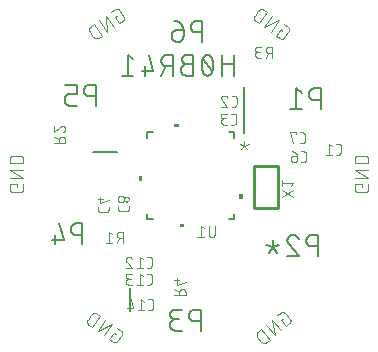
<source format=gbr>
G04 EAGLE Gerber RS-274X export*
G75*
%MOMM*%
%FSLAX34Y34*%
%LPD*%
%INSilkscreen Bottom*%
%IPPOS*%
%AMOC8*
5,1,8,0,0,1.08239X$1,22.5*%
G01*
%ADD10C,0.101600*%
%ADD11C,0.152400*%
%ADD12C,0.076200*%
%ADD13C,0.254000*%

G36*
X337067Y382335D02*
X337067Y382335D01*
X337069Y382334D01*
X337112Y382354D01*
X337155Y382373D01*
X337156Y382375D01*
X337158Y382376D01*
X337191Y382461D01*
X337191Y385001D01*
X337190Y385003D01*
X337191Y385005D01*
X337171Y385048D01*
X337152Y385091D01*
X337150Y385092D01*
X337149Y385094D01*
X337065Y385127D01*
X333255Y385127D01*
X333253Y385126D01*
X333250Y385127D01*
X333207Y385107D01*
X333164Y385088D01*
X333163Y385086D01*
X333161Y385085D01*
X333128Y385001D01*
X333128Y382461D01*
X333129Y382459D01*
X333128Y382456D01*
X333148Y382413D01*
X333167Y382370D01*
X333169Y382369D01*
X333170Y382367D01*
X333255Y382334D01*
X337065Y382334D01*
X337067Y382335D01*
G37*
G36*
X306517Y336781D02*
X306517Y336781D01*
X306519Y336780D01*
X306562Y336800D01*
X306605Y336819D01*
X306606Y336821D01*
X306608Y336822D01*
X306641Y336907D01*
X306641Y340717D01*
X306640Y340719D01*
X306641Y340721D01*
X306621Y340764D01*
X306602Y340807D01*
X306600Y340808D01*
X306599Y340810D01*
X306515Y340843D01*
X303975Y340843D01*
X303973Y340842D01*
X303970Y340843D01*
X303927Y340823D01*
X303884Y340804D01*
X303883Y340802D01*
X303881Y340801D01*
X303848Y340717D01*
X303848Y336907D01*
X303849Y336905D01*
X303848Y336902D01*
X303868Y336859D01*
X303887Y336816D01*
X303889Y336815D01*
X303890Y336813D01*
X303975Y336780D01*
X306515Y336780D01*
X306517Y336781D01*
G37*
G36*
X391353Y321778D02*
X391353Y321778D01*
X391355Y321777D01*
X391398Y321797D01*
X391441Y321816D01*
X391442Y321818D01*
X391444Y321819D01*
X391477Y321904D01*
X391477Y325714D01*
X391476Y325716D01*
X391477Y325718D01*
X391457Y325761D01*
X391438Y325804D01*
X391436Y325805D01*
X391435Y325807D01*
X391351Y325840D01*
X388811Y325840D01*
X388809Y325839D01*
X388806Y325840D01*
X388763Y325820D01*
X388720Y325801D01*
X388719Y325799D01*
X388717Y325798D01*
X388684Y325714D01*
X388684Y321904D01*
X388685Y321902D01*
X388684Y321899D01*
X388704Y321856D01*
X388723Y321813D01*
X388725Y321812D01*
X388726Y321810D01*
X388811Y321777D01*
X391351Y321777D01*
X391353Y321778D01*
G37*
G36*
X342068Y297499D02*
X342068Y297499D01*
X342070Y297498D01*
X342113Y297518D01*
X342156Y297537D01*
X342157Y297539D01*
X342159Y297540D01*
X342192Y297625D01*
X342192Y300165D01*
X342191Y300167D01*
X342192Y300169D01*
X342172Y300212D01*
X342153Y300255D01*
X342151Y300256D01*
X342150Y300258D01*
X342066Y300291D01*
X338256Y300291D01*
X338254Y300290D01*
X338251Y300291D01*
X338208Y300271D01*
X338165Y300252D01*
X338164Y300250D01*
X338162Y300249D01*
X338129Y300165D01*
X338129Y297625D01*
X338130Y297623D01*
X338129Y297620D01*
X338149Y297577D01*
X338168Y297534D01*
X338170Y297533D01*
X338171Y297531D01*
X338256Y297498D01*
X342066Y297498D01*
X342068Y297499D01*
G37*
D10*
X492774Y332006D02*
X492774Y333954D01*
X486283Y333954D01*
X486283Y330059D01*
X486285Y329960D01*
X486291Y329860D01*
X486300Y329761D01*
X486313Y329663D01*
X486330Y329565D01*
X486351Y329467D01*
X486376Y329371D01*
X486404Y329276D01*
X486436Y329182D01*
X486471Y329089D01*
X486510Y328997D01*
X486553Y328907D01*
X486598Y328819D01*
X486648Y328732D01*
X486700Y328648D01*
X486756Y328565D01*
X486814Y328485D01*
X486876Y328407D01*
X486941Y328332D01*
X487009Y328259D01*
X487079Y328189D01*
X487152Y328121D01*
X487227Y328056D01*
X487305Y327994D01*
X487385Y327936D01*
X487468Y327880D01*
X487552Y327828D01*
X487639Y327778D01*
X487727Y327733D01*
X487817Y327690D01*
X487909Y327651D01*
X488002Y327616D01*
X488096Y327584D01*
X488191Y327556D01*
X488287Y327531D01*
X488385Y327510D01*
X488483Y327493D01*
X488581Y327480D01*
X488680Y327471D01*
X488780Y327465D01*
X488879Y327463D01*
X495371Y327463D01*
X495470Y327465D01*
X495570Y327471D01*
X495669Y327480D01*
X495767Y327493D01*
X495865Y327510D01*
X495963Y327531D01*
X496059Y327556D01*
X496154Y327584D01*
X496248Y327616D01*
X496341Y327651D01*
X496433Y327690D01*
X496523Y327733D01*
X496611Y327778D01*
X496698Y327828D01*
X496782Y327880D01*
X496865Y327936D01*
X496945Y327994D01*
X497023Y328056D01*
X497098Y328121D01*
X497171Y328189D01*
X497241Y328259D01*
X497309Y328332D01*
X497374Y328407D01*
X497436Y328485D01*
X497494Y328565D01*
X497550Y328648D01*
X497602Y328732D01*
X497652Y328819D01*
X497697Y328907D01*
X497740Y328997D01*
X497779Y329089D01*
X497814Y329181D01*
X497846Y329276D01*
X497874Y329371D01*
X497899Y329467D01*
X497920Y329565D01*
X497937Y329663D01*
X497950Y329761D01*
X497959Y329860D01*
X497965Y329960D01*
X497967Y330059D01*
X497967Y333954D01*
X497967Y339654D02*
X486283Y339654D01*
X486283Y346146D02*
X497967Y339654D01*
X497967Y346146D02*
X486283Y346146D01*
X486283Y351846D02*
X497967Y351846D01*
X497967Y355092D01*
X497965Y355205D01*
X497959Y355318D01*
X497949Y355431D01*
X497935Y355544D01*
X497918Y355656D01*
X497896Y355767D01*
X497871Y355877D01*
X497841Y355987D01*
X497808Y356095D01*
X497771Y356202D01*
X497731Y356308D01*
X497686Y356412D01*
X497638Y356515D01*
X497587Y356616D01*
X497532Y356715D01*
X497474Y356812D01*
X497412Y356907D01*
X497347Y357000D01*
X497279Y357090D01*
X497208Y357178D01*
X497133Y357264D01*
X497056Y357347D01*
X496976Y357427D01*
X496893Y357504D01*
X496807Y357579D01*
X496719Y357650D01*
X496629Y357718D01*
X496536Y357783D01*
X496441Y357845D01*
X496344Y357903D01*
X496245Y357958D01*
X496144Y358009D01*
X496041Y358057D01*
X495937Y358102D01*
X495831Y358142D01*
X495724Y358179D01*
X495616Y358212D01*
X495506Y358242D01*
X495396Y358267D01*
X495285Y358289D01*
X495173Y358306D01*
X495060Y358320D01*
X494947Y358330D01*
X494834Y358336D01*
X494721Y358338D01*
X489529Y358338D01*
X489416Y358336D01*
X489303Y358330D01*
X489190Y358320D01*
X489077Y358306D01*
X488965Y358289D01*
X488854Y358267D01*
X488744Y358242D01*
X488634Y358212D01*
X488526Y358179D01*
X488419Y358142D01*
X488313Y358102D01*
X488209Y358057D01*
X488106Y358009D01*
X488005Y357958D01*
X487906Y357903D01*
X487809Y357845D01*
X487714Y357783D01*
X487621Y357718D01*
X487531Y357650D01*
X487443Y357579D01*
X487357Y357504D01*
X487274Y357427D01*
X487194Y357347D01*
X487117Y357264D01*
X487042Y357178D01*
X486971Y357090D01*
X486903Y357000D01*
X486838Y356907D01*
X486776Y356812D01*
X486718Y356715D01*
X486663Y356616D01*
X486612Y356515D01*
X486564Y356412D01*
X486519Y356308D01*
X486479Y356202D01*
X486442Y356095D01*
X486409Y355987D01*
X486379Y355877D01*
X486354Y355767D01*
X486332Y355656D01*
X486315Y355544D01*
X486301Y355431D01*
X486291Y355318D01*
X486285Y355205D01*
X486283Y355092D01*
X486283Y351846D01*
X425440Y220225D02*
X423949Y218973D01*
X428121Y214000D01*
X431105Y216504D01*
X431180Y216570D01*
X431252Y216638D01*
X431322Y216709D01*
X431389Y216782D01*
X431453Y216858D01*
X431514Y216937D01*
X431572Y217018D01*
X431627Y217101D01*
X431679Y217185D01*
X431727Y217272D01*
X431772Y217361D01*
X431814Y217451D01*
X431852Y217543D01*
X431887Y217636D01*
X431918Y217731D01*
X431945Y217826D01*
X431969Y217923D01*
X431989Y218020D01*
X432005Y218119D01*
X432017Y218217D01*
X432026Y218316D01*
X432031Y218416D01*
X432032Y218515D01*
X432029Y218615D01*
X432023Y218714D01*
X432012Y218813D01*
X431998Y218911D01*
X431980Y219009D01*
X431959Y219106D01*
X431933Y219202D01*
X431904Y219297D01*
X431872Y219391D01*
X431835Y219484D01*
X431796Y219575D01*
X431753Y219665D01*
X431706Y219753D01*
X431656Y219839D01*
X431603Y219923D01*
X431547Y220005D01*
X431487Y220084D01*
X431425Y220162D01*
X427252Y225134D01*
X427187Y225209D01*
X427119Y225282D01*
X427048Y225351D01*
X426974Y225418D01*
X426898Y225483D01*
X426820Y225544D01*
X426739Y225602D01*
X426656Y225657D01*
X426571Y225709D01*
X426484Y225757D01*
X426395Y225802D01*
X426305Y225844D01*
X426213Y225882D01*
X426120Y225917D01*
X426025Y225948D01*
X425930Y225975D01*
X425833Y225999D01*
X425736Y226019D01*
X425638Y226035D01*
X425539Y226047D01*
X425440Y226056D01*
X425340Y226061D01*
X425241Y226062D01*
X425141Y226059D01*
X425042Y226053D01*
X424943Y226042D01*
X424845Y226028D01*
X424747Y226010D01*
X424650Y225989D01*
X424554Y225963D01*
X424458Y225934D01*
X424364Y225902D01*
X424272Y225865D01*
X424181Y225826D01*
X424091Y225782D01*
X424003Y225736D01*
X423917Y225686D01*
X423833Y225633D01*
X423751Y225576D01*
X423671Y225517D01*
X423594Y225454D01*
X420611Y222951D01*
X416244Y219286D02*
X423754Y210336D01*
X418782Y206163D02*
X416244Y219286D01*
X411271Y215114D02*
X418782Y206163D01*
X414414Y202499D02*
X406904Y211449D01*
X404418Y209363D01*
X404418Y209364D02*
X404332Y209289D01*
X404249Y209212D01*
X404169Y209132D01*
X404092Y209049D01*
X404017Y208964D01*
X403946Y208875D01*
X403878Y208785D01*
X403813Y208692D01*
X403751Y208597D01*
X403693Y208500D01*
X403638Y208401D01*
X403587Y208300D01*
X403539Y208197D01*
X403494Y208093D01*
X403454Y207987D01*
X403417Y207880D01*
X403384Y207772D01*
X403354Y207662D01*
X403329Y207552D01*
X403307Y207441D01*
X403290Y207329D01*
X403276Y207216D01*
X403266Y207103D01*
X403260Y206990D01*
X403258Y206877D01*
X403260Y206764D01*
X403266Y206651D01*
X403276Y206538D01*
X403290Y206425D01*
X403307Y206313D01*
X403329Y206202D01*
X403354Y206092D01*
X403384Y205982D01*
X403417Y205874D01*
X403454Y205767D01*
X403494Y205661D01*
X403539Y205557D01*
X403587Y205454D01*
X403638Y205353D01*
X403693Y205254D01*
X403751Y205157D01*
X403813Y205062D01*
X403878Y204969D01*
X403946Y204879D01*
X404017Y204791D01*
X404018Y204791D02*
X407356Y200813D01*
X407355Y200813D02*
X407430Y200727D01*
X407507Y200644D01*
X407587Y200564D01*
X407670Y200487D01*
X407756Y200412D01*
X407844Y200341D01*
X407934Y200273D01*
X408027Y200208D01*
X408122Y200146D01*
X408219Y200088D01*
X408318Y200033D01*
X408419Y199982D01*
X408522Y199934D01*
X408626Y199889D01*
X408732Y199849D01*
X408839Y199812D01*
X408947Y199779D01*
X409057Y199749D01*
X409167Y199724D01*
X409278Y199702D01*
X409390Y199685D01*
X409503Y199671D01*
X409616Y199661D01*
X409729Y199655D01*
X409842Y199653D01*
X409955Y199655D01*
X410068Y199661D01*
X410181Y199671D01*
X410294Y199685D01*
X410406Y199702D01*
X410517Y199724D01*
X410627Y199749D01*
X410737Y199779D01*
X410845Y199812D01*
X410952Y199849D01*
X411058Y199889D01*
X411162Y199934D01*
X411265Y199982D01*
X411366Y200033D01*
X411465Y200088D01*
X411562Y200146D01*
X411657Y200208D01*
X411750Y200273D01*
X411840Y200341D01*
X411929Y200412D01*
X411928Y200413D02*
X414414Y202499D01*
X283934Y207008D02*
X282338Y208125D01*
X278615Y202808D01*
X281806Y200574D01*
X281889Y200519D01*
X281973Y200467D01*
X282060Y200418D01*
X282148Y200372D01*
X282238Y200330D01*
X282330Y200291D01*
X282423Y200256D01*
X282517Y200224D01*
X282612Y200196D01*
X282709Y200172D01*
X282806Y200151D01*
X282904Y200135D01*
X283003Y200121D01*
X283102Y200112D01*
X283201Y200107D01*
X283301Y200105D01*
X283400Y200107D01*
X283499Y200113D01*
X283598Y200123D01*
X283697Y200136D01*
X283795Y200154D01*
X283892Y200175D01*
X283988Y200199D01*
X284084Y200228D01*
X284178Y200260D01*
X284271Y200295D01*
X284362Y200334D01*
X284452Y200377D01*
X284540Y200423D01*
X284626Y200472D01*
X284711Y200525D01*
X284793Y200581D01*
X284873Y200640D01*
X284951Y200702D01*
X285026Y200767D01*
X285099Y200834D01*
X285169Y200905D01*
X285237Y200978D01*
X285301Y201054D01*
X285363Y201132D01*
X285422Y201212D01*
X289145Y206529D01*
X289200Y206612D01*
X289252Y206696D01*
X289301Y206783D01*
X289347Y206871D01*
X289389Y206961D01*
X289428Y207053D01*
X289463Y207146D01*
X289495Y207240D01*
X289523Y207335D01*
X289547Y207432D01*
X289568Y207529D01*
X289584Y207627D01*
X289598Y207726D01*
X289607Y207825D01*
X289612Y207924D01*
X289614Y208024D01*
X289612Y208123D01*
X289606Y208222D01*
X289596Y208321D01*
X289583Y208420D01*
X289565Y208518D01*
X289544Y208615D01*
X289520Y208711D01*
X289491Y208807D01*
X289459Y208901D01*
X289424Y208994D01*
X289385Y209085D01*
X289342Y209175D01*
X289296Y209263D01*
X289247Y209349D01*
X289194Y209434D01*
X289138Y209516D01*
X289079Y209596D01*
X289017Y209674D01*
X288952Y209749D01*
X288885Y209822D01*
X288814Y209892D01*
X288741Y209960D01*
X288665Y210024D01*
X288587Y210086D01*
X288507Y210145D01*
X285317Y212379D01*
X280647Y215649D02*
X273945Y206078D01*
X268628Y209801D02*
X280647Y215649D01*
X275330Y219372D02*
X268628Y209801D01*
X263958Y213071D02*
X270660Y222642D01*
X268001Y224503D01*
X268002Y224504D02*
X267908Y224567D01*
X267812Y224627D01*
X267714Y224684D01*
X267614Y224737D01*
X267512Y224787D01*
X267408Y224833D01*
X267303Y224875D01*
X267197Y224914D01*
X267089Y224949D01*
X266980Y224980D01*
X266870Y225008D01*
X266759Y225031D01*
X266648Y225051D01*
X266536Y225067D01*
X266423Y225079D01*
X266310Y225087D01*
X266197Y225091D01*
X266083Y225091D01*
X265970Y225087D01*
X265857Y225079D01*
X265744Y225067D01*
X265632Y225051D01*
X265521Y225031D01*
X265410Y225008D01*
X265300Y224980D01*
X265191Y224949D01*
X265083Y224914D01*
X264977Y224875D01*
X264872Y224833D01*
X264768Y224787D01*
X264666Y224737D01*
X264566Y224684D01*
X264468Y224627D01*
X264372Y224567D01*
X264278Y224504D01*
X264187Y224437D01*
X264097Y224368D01*
X264010Y224295D01*
X263926Y224219D01*
X263845Y224140D01*
X263766Y224059D01*
X263690Y223975D01*
X263617Y223888D01*
X263548Y223799D01*
X263481Y223707D01*
X263481Y223706D02*
X260503Y219453D01*
X260502Y219453D02*
X260439Y219359D01*
X260379Y219263D01*
X260322Y219165D01*
X260269Y219065D01*
X260219Y218963D01*
X260173Y218859D01*
X260131Y218754D01*
X260092Y218648D01*
X260057Y218540D01*
X260026Y218431D01*
X259998Y218321D01*
X259975Y218210D01*
X259955Y218099D01*
X259939Y217987D01*
X259927Y217874D01*
X259919Y217761D01*
X259915Y217648D01*
X259915Y217534D01*
X259919Y217421D01*
X259927Y217308D01*
X259939Y217195D01*
X259955Y217083D01*
X259975Y216972D01*
X259998Y216861D01*
X260026Y216751D01*
X260057Y216642D01*
X260092Y216534D01*
X260131Y216428D01*
X260173Y216323D01*
X260219Y216219D01*
X260269Y216117D01*
X260322Y216017D01*
X260379Y215919D01*
X260439Y215823D01*
X260502Y215729D01*
X260569Y215637D01*
X260638Y215548D01*
X260711Y215461D01*
X260787Y215377D01*
X260866Y215296D01*
X260947Y215217D01*
X261031Y215141D01*
X261118Y215068D01*
X261208Y214999D01*
X261299Y214932D01*
X261300Y214932D02*
X263958Y213071D01*
X200674Y332006D02*
X200674Y333954D01*
X194183Y333954D01*
X194183Y330059D01*
X194185Y329960D01*
X194191Y329860D01*
X194200Y329761D01*
X194213Y329663D01*
X194230Y329565D01*
X194251Y329467D01*
X194276Y329371D01*
X194304Y329276D01*
X194336Y329182D01*
X194371Y329089D01*
X194410Y328997D01*
X194453Y328907D01*
X194498Y328819D01*
X194548Y328732D01*
X194600Y328648D01*
X194656Y328565D01*
X194714Y328485D01*
X194776Y328407D01*
X194841Y328332D01*
X194909Y328259D01*
X194979Y328189D01*
X195052Y328121D01*
X195127Y328056D01*
X195205Y327994D01*
X195285Y327936D01*
X195368Y327880D01*
X195452Y327828D01*
X195539Y327778D01*
X195627Y327733D01*
X195717Y327690D01*
X195809Y327651D01*
X195902Y327616D01*
X195996Y327584D01*
X196091Y327556D01*
X196187Y327531D01*
X196285Y327510D01*
X196383Y327493D01*
X196481Y327480D01*
X196580Y327471D01*
X196680Y327465D01*
X196779Y327463D01*
X203271Y327463D01*
X203370Y327465D01*
X203470Y327471D01*
X203569Y327480D01*
X203667Y327493D01*
X203765Y327510D01*
X203863Y327531D01*
X203959Y327556D01*
X204054Y327584D01*
X204148Y327616D01*
X204241Y327651D01*
X204333Y327690D01*
X204423Y327733D01*
X204511Y327778D01*
X204598Y327828D01*
X204682Y327880D01*
X204765Y327936D01*
X204845Y327994D01*
X204923Y328056D01*
X204998Y328121D01*
X205071Y328189D01*
X205141Y328259D01*
X205209Y328332D01*
X205274Y328407D01*
X205336Y328485D01*
X205394Y328565D01*
X205450Y328648D01*
X205502Y328732D01*
X205552Y328819D01*
X205597Y328907D01*
X205640Y328997D01*
X205679Y329089D01*
X205714Y329181D01*
X205746Y329276D01*
X205774Y329371D01*
X205799Y329467D01*
X205820Y329565D01*
X205837Y329663D01*
X205850Y329761D01*
X205859Y329860D01*
X205865Y329960D01*
X205867Y330059D01*
X205867Y333954D01*
X205867Y339654D02*
X194183Y339654D01*
X194183Y346146D02*
X205867Y339654D01*
X205867Y346146D02*
X194183Y346146D01*
X194183Y351846D02*
X205867Y351846D01*
X205867Y355092D01*
X205865Y355205D01*
X205859Y355318D01*
X205849Y355431D01*
X205835Y355544D01*
X205818Y355656D01*
X205796Y355767D01*
X205771Y355877D01*
X205741Y355987D01*
X205708Y356095D01*
X205671Y356202D01*
X205631Y356308D01*
X205586Y356412D01*
X205538Y356515D01*
X205487Y356616D01*
X205432Y356715D01*
X205374Y356812D01*
X205312Y356907D01*
X205247Y357000D01*
X205179Y357090D01*
X205108Y357178D01*
X205033Y357264D01*
X204956Y357347D01*
X204876Y357427D01*
X204793Y357504D01*
X204707Y357579D01*
X204619Y357650D01*
X204529Y357718D01*
X204436Y357783D01*
X204341Y357845D01*
X204244Y357903D01*
X204145Y357958D01*
X204044Y358009D01*
X203941Y358057D01*
X203837Y358102D01*
X203731Y358142D01*
X203624Y358179D01*
X203516Y358212D01*
X203406Y358242D01*
X203296Y358267D01*
X203185Y358289D01*
X203073Y358306D01*
X202960Y358320D01*
X202847Y358330D01*
X202734Y358336D01*
X202621Y358338D01*
X197429Y358338D01*
X197316Y358336D01*
X197203Y358330D01*
X197090Y358320D01*
X196977Y358306D01*
X196865Y358289D01*
X196754Y358267D01*
X196644Y358242D01*
X196534Y358212D01*
X196426Y358179D01*
X196319Y358142D01*
X196213Y358102D01*
X196109Y358057D01*
X196006Y358009D01*
X195905Y357958D01*
X195806Y357903D01*
X195709Y357845D01*
X195614Y357783D01*
X195521Y357718D01*
X195431Y357650D01*
X195343Y357579D01*
X195257Y357504D01*
X195174Y357427D01*
X195094Y357347D01*
X195017Y357264D01*
X194942Y357178D01*
X194871Y357090D01*
X194803Y357000D01*
X194738Y356907D01*
X194676Y356812D01*
X194618Y356715D01*
X194563Y356616D01*
X194512Y356515D01*
X194464Y356412D01*
X194419Y356308D01*
X194379Y356202D01*
X194342Y356095D01*
X194309Y355987D01*
X194279Y355877D01*
X194254Y355767D01*
X194232Y355656D01*
X194215Y355544D01*
X194201Y355431D01*
X194191Y355318D01*
X194185Y355205D01*
X194183Y355092D01*
X194183Y351846D01*
D11*
X457436Y397510D02*
X457436Y415290D01*
X452498Y415290D01*
X452358Y415288D01*
X452219Y415282D01*
X452079Y415272D01*
X451940Y415258D01*
X451801Y415241D01*
X451663Y415219D01*
X451526Y415193D01*
X451389Y415164D01*
X451253Y415131D01*
X451119Y415094D01*
X450985Y415053D01*
X450853Y415008D01*
X450721Y414959D01*
X450592Y414907D01*
X450464Y414852D01*
X450337Y414792D01*
X450212Y414729D01*
X450089Y414663D01*
X449968Y414593D01*
X449849Y414520D01*
X449732Y414443D01*
X449618Y414363D01*
X449505Y414280D01*
X449395Y414194D01*
X449288Y414104D01*
X449183Y414012D01*
X449081Y413917D01*
X448981Y413819D01*
X448884Y413718D01*
X448790Y413614D01*
X448700Y413508D01*
X448612Y413399D01*
X448527Y413288D01*
X448446Y413174D01*
X448367Y413059D01*
X448292Y412941D01*
X448221Y412821D01*
X448153Y412698D01*
X448088Y412575D01*
X448027Y412449D01*
X447969Y412321D01*
X447915Y412193D01*
X447865Y412062D01*
X447818Y411930D01*
X447775Y411797D01*
X447736Y411663D01*
X447701Y411528D01*
X447670Y411392D01*
X447642Y411254D01*
X447619Y411117D01*
X447599Y410978D01*
X447583Y410839D01*
X447571Y410700D01*
X447563Y410561D01*
X447559Y410421D01*
X447559Y410281D01*
X447563Y410141D01*
X447571Y410002D01*
X447583Y409863D01*
X447599Y409724D01*
X447619Y409585D01*
X447642Y409448D01*
X447670Y409310D01*
X447701Y409174D01*
X447736Y409039D01*
X447775Y408905D01*
X447818Y408772D01*
X447865Y408640D01*
X447915Y408509D01*
X447969Y408381D01*
X448027Y408253D01*
X448088Y408127D01*
X448153Y408004D01*
X448221Y407882D01*
X448292Y407761D01*
X448367Y407643D01*
X448446Y407528D01*
X448527Y407414D01*
X448612Y407303D01*
X448700Y407194D01*
X448790Y407088D01*
X448884Y406984D01*
X448981Y406883D01*
X449081Y406785D01*
X449183Y406690D01*
X449288Y406598D01*
X449395Y406508D01*
X449505Y406422D01*
X449618Y406339D01*
X449732Y406259D01*
X449849Y406182D01*
X449968Y406109D01*
X450089Y406039D01*
X450212Y405973D01*
X450337Y405910D01*
X450464Y405850D01*
X450592Y405795D01*
X450721Y405743D01*
X450853Y405694D01*
X450985Y405649D01*
X451119Y405608D01*
X451253Y405571D01*
X451389Y405538D01*
X451526Y405509D01*
X451663Y405483D01*
X451801Y405461D01*
X451940Y405444D01*
X452079Y405430D01*
X452219Y405420D01*
X452358Y405414D01*
X452498Y405412D01*
X457436Y405412D01*
X441441Y411339D02*
X436502Y415290D01*
X436502Y397510D01*
X431564Y397510D02*
X441441Y397510D01*
X455225Y291465D02*
X455225Y273685D01*
X455225Y291465D02*
X450286Y291465D01*
X450146Y291463D01*
X450007Y291457D01*
X449867Y291447D01*
X449728Y291433D01*
X449589Y291416D01*
X449451Y291394D01*
X449314Y291368D01*
X449177Y291339D01*
X449041Y291306D01*
X448907Y291269D01*
X448773Y291228D01*
X448641Y291183D01*
X448509Y291134D01*
X448380Y291082D01*
X448252Y291027D01*
X448125Y290967D01*
X448000Y290904D01*
X447877Y290838D01*
X447756Y290768D01*
X447637Y290695D01*
X447520Y290618D01*
X447406Y290538D01*
X447293Y290455D01*
X447183Y290369D01*
X447076Y290279D01*
X446971Y290187D01*
X446869Y290092D01*
X446769Y289994D01*
X446672Y289893D01*
X446578Y289789D01*
X446488Y289683D01*
X446400Y289574D01*
X446315Y289463D01*
X446234Y289349D01*
X446155Y289234D01*
X446080Y289116D01*
X446009Y288996D01*
X445941Y288873D01*
X445876Y288750D01*
X445815Y288624D01*
X445757Y288496D01*
X445703Y288368D01*
X445653Y288237D01*
X445606Y288105D01*
X445563Y287972D01*
X445524Y287838D01*
X445489Y287703D01*
X445458Y287567D01*
X445430Y287429D01*
X445407Y287292D01*
X445387Y287153D01*
X445371Y287014D01*
X445359Y286875D01*
X445351Y286736D01*
X445347Y286596D01*
X445347Y286456D01*
X445351Y286316D01*
X445359Y286177D01*
X445371Y286038D01*
X445387Y285899D01*
X445407Y285760D01*
X445430Y285623D01*
X445458Y285485D01*
X445489Y285349D01*
X445524Y285214D01*
X445563Y285080D01*
X445606Y284947D01*
X445653Y284815D01*
X445703Y284684D01*
X445757Y284556D01*
X445815Y284428D01*
X445876Y284302D01*
X445941Y284179D01*
X446009Y284057D01*
X446080Y283936D01*
X446155Y283818D01*
X446234Y283703D01*
X446315Y283589D01*
X446400Y283478D01*
X446488Y283369D01*
X446578Y283263D01*
X446672Y283159D01*
X446769Y283058D01*
X446869Y282960D01*
X446971Y282865D01*
X447076Y282773D01*
X447183Y282683D01*
X447293Y282597D01*
X447406Y282514D01*
X447520Y282434D01*
X447637Y282357D01*
X447756Y282284D01*
X447877Y282214D01*
X448000Y282148D01*
X448125Y282085D01*
X448252Y282025D01*
X448380Y281970D01*
X448509Y281918D01*
X448641Y281869D01*
X448773Y281824D01*
X448907Y281783D01*
X449041Y281746D01*
X449177Y281713D01*
X449314Y281684D01*
X449451Y281658D01*
X449589Y281636D01*
X449728Y281619D01*
X449867Y281605D01*
X450007Y281595D01*
X450146Y281589D01*
X450286Y281587D01*
X455225Y281587D01*
X433797Y291465D02*
X433665Y291463D01*
X433534Y291457D01*
X433402Y291447D01*
X433271Y291434D01*
X433141Y291416D01*
X433011Y291395D01*
X432881Y291370D01*
X432753Y291341D01*
X432625Y291308D01*
X432499Y291271D01*
X432373Y291231D01*
X432249Y291187D01*
X432126Y291139D01*
X432005Y291088D01*
X431885Y291033D01*
X431767Y290975D01*
X431651Y290913D01*
X431537Y290847D01*
X431424Y290779D01*
X431314Y290707D01*
X431206Y290632D01*
X431100Y290553D01*
X430996Y290472D01*
X430895Y290387D01*
X430797Y290300D01*
X430701Y290209D01*
X430608Y290116D01*
X430517Y290020D01*
X430430Y289922D01*
X430345Y289821D01*
X430264Y289717D01*
X430185Y289611D01*
X430110Y289503D01*
X430038Y289393D01*
X429970Y289280D01*
X429904Y289166D01*
X429842Y289050D01*
X429784Y288932D01*
X429729Y288812D01*
X429678Y288691D01*
X429630Y288568D01*
X429586Y288444D01*
X429546Y288318D01*
X429509Y288192D01*
X429476Y288064D01*
X429447Y287936D01*
X429422Y287806D01*
X429401Y287676D01*
X429383Y287546D01*
X429370Y287415D01*
X429360Y287283D01*
X429354Y287152D01*
X429352Y287020D01*
X433797Y291465D02*
X433947Y291463D01*
X434096Y291457D01*
X434245Y291447D01*
X434394Y291434D01*
X434543Y291416D01*
X434691Y291395D01*
X434839Y291369D01*
X434985Y291340D01*
X435131Y291307D01*
X435276Y291270D01*
X435420Y291229D01*
X435563Y291185D01*
X435705Y291137D01*
X435845Y291085D01*
X435984Y291030D01*
X436122Y290971D01*
X436257Y290908D01*
X436392Y290842D01*
X436524Y290772D01*
X436654Y290699D01*
X436783Y290622D01*
X436910Y290542D01*
X437034Y290459D01*
X437156Y290373D01*
X437276Y290283D01*
X437393Y290190D01*
X437508Y290095D01*
X437621Y289996D01*
X437731Y289894D01*
X437838Y289790D01*
X437942Y289683D01*
X438044Y289573D01*
X438142Y289460D01*
X438238Y289345D01*
X438330Y289227D01*
X438420Y289107D01*
X438506Y288985D01*
X438589Y288861D01*
X438669Y288734D01*
X438745Y288606D01*
X438818Y288475D01*
X438888Y288342D01*
X438954Y288208D01*
X439016Y288072D01*
X439075Y287935D01*
X439131Y287796D01*
X439182Y287655D01*
X439230Y287514D01*
X430835Y283563D02*
X430739Y283656D01*
X430647Y283752D01*
X430557Y283851D01*
X430470Y283952D01*
X430386Y284055D01*
X430304Y284160D01*
X430226Y284268D01*
X430151Y284378D01*
X430078Y284490D01*
X430009Y284604D01*
X429943Y284720D01*
X429881Y284838D01*
X429822Y284957D01*
X429766Y285078D01*
X429713Y285201D01*
X429664Y285325D01*
X429619Y285450D01*
X429576Y285577D01*
X429538Y285704D01*
X429503Y285833D01*
X429472Y285962D01*
X429444Y286093D01*
X429420Y286224D01*
X429399Y286356D01*
X429383Y286488D01*
X429370Y286621D01*
X429360Y286754D01*
X429355Y286887D01*
X429353Y287020D01*
X430834Y283563D02*
X439230Y273685D01*
X429352Y273685D01*
X416983Y280599D02*
X416983Y286526D01*
X416983Y280599D02*
X413525Y276154D01*
X416983Y280599D02*
X420440Y276154D01*
X416983Y280599D02*
X411550Y282575D01*
X416983Y280599D02*
X422415Y282575D01*
X355836Y227965D02*
X355836Y210185D01*
X355836Y227965D02*
X350898Y227965D01*
X350758Y227963D01*
X350619Y227957D01*
X350479Y227947D01*
X350340Y227933D01*
X350201Y227916D01*
X350063Y227894D01*
X349926Y227868D01*
X349789Y227839D01*
X349653Y227806D01*
X349519Y227769D01*
X349385Y227728D01*
X349253Y227683D01*
X349121Y227634D01*
X348992Y227582D01*
X348864Y227527D01*
X348737Y227467D01*
X348612Y227404D01*
X348489Y227338D01*
X348368Y227268D01*
X348249Y227195D01*
X348132Y227118D01*
X348018Y227038D01*
X347905Y226955D01*
X347795Y226869D01*
X347688Y226779D01*
X347583Y226687D01*
X347481Y226592D01*
X347381Y226494D01*
X347284Y226393D01*
X347190Y226289D01*
X347100Y226183D01*
X347012Y226074D01*
X346927Y225963D01*
X346846Y225849D01*
X346767Y225734D01*
X346692Y225616D01*
X346621Y225496D01*
X346553Y225373D01*
X346488Y225250D01*
X346427Y225124D01*
X346369Y224996D01*
X346315Y224868D01*
X346265Y224737D01*
X346218Y224605D01*
X346175Y224472D01*
X346136Y224338D01*
X346101Y224203D01*
X346070Y224067D01*
X346042Y223929D01*
X346019Y223792D01*
X345999Y223653D01*
X345983Y223514D01*
X345971Y223375D01*
X345963Y223236D01*
X345959Y223096D01*
X345959Y222956D01*
X345963Y222816D01*
X345971Y222677D01*
X345983Y222538D01*
X345999Y222399D01*
X346019Y222260D01*
X346042Y222123D01*
X346070Y221985D01*
X346101Y221849D01*
X346136Y221714D01*
X346175Y221580D01*
X346218Y221447D01*
X346265Y221315D01*
X346315Y221184D01*
X346369Y221056D01*
X346427Y220928D01*
X346488Y220802D01*
X346553Y220679D01*
X346621Y220556D01*
X346692Y220436D01*
X346767Y220318D01*
X346846Y220203D01*
X346927Y220089D01*
X347012Y219978D01*
X347100Y219869D01*
X347190Y219763D01*
X347284Y219659D01*
X347381Y219558D01*
X347481Y219460D01*
X347583Y219365D01*
X347688Y219273D01*
X347795Y219183D01*
X347905Y219097D01*
X348018Y219014D01*
X348132Y218934D01*
X348249Y218857D01*
X348368Y218784D01*
X348489Y218714D01*
X348612Y218648D01*
X348737Y218585D01*
X348864Y218525D01*
X348992Y218470D01*
X349121Y218418D01*
X349253Y218369D01*
X349385Y218324D01*
X349519Y218283D01*
X349653Y218246D01*
X349789Y218213D01*
X349926Y218184D01*
X350063Y218158D01*
X350201Y218136D01*
X350340Y218119D01*
X350479Y218105D01*
X350619Y218095D01*
X350758Y218089D01*
X350898Y218087D01*
X355836Y218087D01*
X339841Y210185D02*
X334902Y210185D01*
X334762Y210187D01*
X334623Y210193D01*
X334483Y210203D01*
X334344Y210217D01*
X334205Y210234D01*
X334067Y210256D01*
X333930Y210282D01*
X333793Y210311D01*
X333657Y210344D01*
X333523Y210381D01*
X333389Y210422D01*
X333257Y210467D01*
X333125Y210516D01*
X332996Y210568D01*
X332868Y210623D01*
X332741Y210683D01*
X332616Y210746D01*
X332493Y210812D01*
X332372Y210882D01*
X332253Y210955D01*
X332136Y211032D01*
X332022Y211112D01*
X331909Y211195D01*
X331799Y211281D01*
X331692Y211371D01*
X331587Y211463D01*
X331485Y211558D01*
X331385Y211656D01*
X331288Y211757D01*
X331194Y211861D01*
X331104Y211967D01*
X331016Y212076D01*
X330931Y212187D01*
X330850Y212301D01*
X330771Y212416D01*
X330696Y212534D01*
X330625Y212654D01*
X330557Y212777D01*
X330492Y212900D01*
X330431Y213026D01*
X330373Y213154D01*
X330319Y213282D01*
X330269Y213413D01*
X330222Y213545D01*
X330179Y213678D01*
X330140Y213812D01*
X330105Y213947D01*
X330074Y214083D01*
X330046Y214221D01*
X330023Y214358D01*
X330003Y214497D01*
X329987Y214636D01*
X329975Y214775D01*
X329967Y214914D01*
X329963Y215054D01*
X329963Y215194D01*
X329967Y215334D01*
X329975Y215473D01*
X329987Y215612D01*
X330003Y215751D01*
X330023Y215890D01*
X330046Y216027D01*
X330074Y216165D01*
X330105Y216301D01*
X330140Y216436D01*
X330179Y216570D01*
X330222Y216703D01*
X330269Y216835D01*
X330319Y216966D01*
X330373Y217094D01*
X330431Y217222D01*
X330492Y217348D01*
X330557Y217471D01*
X330625Y217594D01*
X330696Y217714D01*
X330771Y217832D01*
X330850Y217947D01*
X330931Y218061D01*
X331016Y218172D01*
X331104Y218281D01*
X331194Y218387D01*
X331288Y218491D01*
X331385Y218592D01*
X331485Y218690D01*
X331587Y218785D01*
X331692Y218877D01*
X331799Y218967D01*
X331909Y219053D01*
X332022Y219136D01*
X332136Y219216D01*
X332253Y219293D01*
X332372Y219366D01*
X332493Y219436D01*
X332616Y219502D01*
X332741Y219565D01*
X332868Y219625D01*
X332996Y219680D01*
X333125Y219732D01*
X333257Y219781D01*
X333389Y219826D01*
X333523Y219867D01*
X333657Y219904D01*
X333793Y219937D01*
X333930Y219966D01*
X334067Y219992D01*
X334205Y220014D01*
X334344Y220031D01*
X334483Y220045D01*
X334623Y220055D01*
X334762Y220061D01*
X334902Y220063D01*
X333915Y227965D02*
X339841Y227965D01*
X333915Y227965D02*
X333791Y227963D01*
X333667Y227957D01*
X333543Y227947D01*
X333420Y227934D01*
X333297Y227916D01*
X333175Y227895D01*
X333053Y227870D01*
X332932Y227841D01*
X332813Y227808D01*
X332694Y227772D01*
X332577Y227731D01*
X332461Y227688D01*
X332346Y227640D01*
X332233Y227589D01*
X332121Y227534D01*
X332012Y227476D01*
X331904Y227415D01*
X331798Y227350D01*
X331694Y227282D01*
X331593Y227210D01*
X331493Y227136D01*
X331397Y227058D01*
X331302Y226978D01*
X331210Y226894D01*
X331121Y226808D01*
X331035Y226719D01*
X330951Y226627D01*
X330871Y226532D01*
X330793Y226436D01*
X330719Y226336D01*
X330647Y226235D01*
X330579Y226131D01*
X330514Y226025D01*
X330453Y225917D01*
X330395Y225808D01*
X330340Y225696D01*
X330289Y225583D01*
X330241Y225468D01*
X330198Y225352D01*
X330157Y225235D01*
X330121Y225116D01*
X330088Y224997D01*
X330059Y224876D01*
X330034Y224754D01*
X330013Y224632D01*
X329995Y224509D01*
X329982Y224386D01*
X329972Y224262D01*
X329966Y224138D01*
X329964Y224014D01*
X329966Y223890D01*
X329972Y223766D01*
X329982Y223642D01*
X329995Y223519D01*
X330013Y223396D01*
X330034Y223274D01*
X330059Y223152D01*
X330088Y223031D01*
X330121Y222912D01*
X330157Y222793D01*
X330198Y222676D01*
X330241Y222560D01*
X330289Y222445D01*
X330340Y222332D01*
X330395Y222220D01*
X330453Y222111D01*
X330514Y222003D01*
X330579Y221897D01*
X330647Y221793D01*
X330719Y221692D01*
X330793Y221592D01*
X330871Y221496D01*
X330951Y221401D01*
X331035Y221309D01*
X331121Y221220D01*
X331210Y221134D01*
X331302Y221050D01*
X331397Y220970D01*
X331493Y220892D01*
X331593Y220818D01*
X331694Y220746D01*
X331798Y220678D01*
X331904Y220613D01*
X332012Y220552D01*
X332121Y220494D01*
X332233Y220439D01*
X332346Y220388D01*
X332461Y220340D01*
X332577Y220297D01*
X332694Y220256D01*
X332813Y220220D01*
X332932Y220187D01*
X333053Y220158D01*
X333175Y220133D01*
X333297Y220112D01*
X333420Y220094D01*
X333543Y220081D01*
X333667Y220071D01*
X333791Y220065D01*
X333915Y220063D01*
X337866Y220063D01*
X255824Y283210D02*
X255824Y300990D01*
X250885Y300990D01*
X250745Y300988D01*
X250606Y300982D01*
X250466Y300972D01*
X250327Y300958D01*
X250188Y300941D01*
X250050Y300919D01*
X249913Y300893D01*
X249776Y300864D01*
X249640Y300831D01*
X249506Y300794D01*
X249372Y300753D01*
X249240Y300708D01*
X249108Y300659D01*
X248979Y300607D01*
X248851Y300552D01*
X248724Y300492D01*
X248599Y300429D01*
X248476Y300363D01*
X248355Y300293D01*
X248236Y300220D01*
X248119Y300143D01*
X248005Y300063D01*
X247892Y299980D01*
X247782Y299894D01*
X247675Y299804D01*
X247570Y299712D01*
X247468Y299617D01*
X247368Y299519D01*
X247271Y299418D01*
X247177Y299314D01*
X247087Y299208D01*
X246999Y299099D01*
X246914Y298988D01*
X246833Y298874D01*
X246754Y298759D01*
X246679Y298641D01*
X246608Y298521D01*
X246540Y298398D01*
X246475Y298275D01*
X246414Y298149D01*
X246356Y298021D01*
X246302Y297893D01*
X246252Y297762D01*
X246205Y297630D01*
X246162Y297497D01*
X246123Y297363D01*
X246088Y297228D01*
X246057Y297092D01*
X246029Y296954D01*
X246006Y296817D01*
X245986Y296678D01*
X245970Y296539D01*
X245958Y296400D01*
X245950Y296261D01*
X245946Y296121D01*
X245946Y295981D01*
X245950Y295841D01*
X245958Y295702D01*
X245970Y295563D01*
X245986Y295424D01*
X246006Y295285D01*
X246029Y295148D01*
X246057Y295010D01*
X246088Y294874D01*
X246123Y294739D01*
X246162Y294605D01*
X246205Y294472D01*
X246252Y294340D01*
X246302Y294209D01*
X246356Y294081D01*
X246414Y293953D01*
X246475Y293827D01*
X246540Y293704D01*
X246608Y293582D01*
X246679Y293461D01*
X246754Y293343D01*
X246833Y293228D01*
X246914Y293114D01*
X246999Y293003D01*
X247087Y292894D01*
X247177Y292788D01*
X247271Y292684D01*
X247368Y292583D01*
X247468Y292485D01*
X247570Y292390D01*
X247675Y292298D01*
X247782Y292208D01*
X247892Y292122D01*
X248005Y292039D01*
X248119Y291959D01*
X248236Y291882D01*
X248355Y291809D01*
X248476Y291739D01*
X248599Y291673D01*
X248724Y291610D01*
X248851Y291550D01*
X248979Y291495D01*
X249108Y291443D01*
X249240Y291394D01*
X249372Y291349D01*
X249506Y291308D01*
X249640Y291271D01*
X249776Y291238D01*
X249913Y291209D01*
X250050Y291183D01*
X250188Y291161D01*
X250327Y291144D01*
X250466Y291130D01*
X250606Y291120D01*
X250745Y291114D01*
X250885Y291112D01*
X255824Y291112D01*
X239829Y287161D02*
X235878Y300990D01*
X239829Y287161D02*
X229951Y287161D01*
X232914Y291112D02*
X232914Y283210D01*
X266936Y400685D02*
X266936Y418465D01*
X261998Y418465D01*
X261858Y418463D01*
X261719Y418457D01*
X261579Y418447D01*
X261440Y418433D01*
X261301Y418416D01*
X261163Y418394D01*
X261026Y418368D01*
X260889Y418339D01*
X260753Y418306D01*
X260619Y418269D01*
X260485Y418228D01*
X260353Y418183D01*
X260221Y418134D01*
X260092Y418082D01*
X259964Y418027D01*
X259837Y417967D01*
X259712Y417904D01*
X259589Y417838D01*
X259468Y417768D01*
X259349Y417695D01*
X259232Y417618D01*
X259118Y417538D01*
X259005Y417455D01*
X258895Y417369D01*
X258788Y417279D01*
X258683Y417187D01*
X258581Y417092D01*
X258481Y416994D01*
X258384Y416893D01*
X258290Y416789D01*
X258200Y416683D01*
X258112Y416574D01*
X258027Y416463D01*
X257946Y416349D01*
X257867Y416234D01*
X257792Y416116D01*
X257721Y415996D01*
X257653Y415873D01*
X257588Y415750D01*
X257527Y415624D01*
X257469Y415496D01*
X257415Y415368D01*
X257365Y415237D01*
X257318Y415105D01*
X257275Y414972D01*
X257236Y414838D01*
X257201Y414703D01*
X257170Y414567D01*
X257142Y414429D01*
X257119Y414292D01*
X257099Y414153D01*
X257083Y414014D01*
X257071Y413875D01*
X257063Y413736D01*
X257059Y413596D01*
X257059Y413456D01*
X257063Y413316D01*
X257071Y413177D01*
X257083Y413038D01*
X257099Y412899D01*
X257119Y412760D01*
X257142Y412623D01*
X257170Y412485D01*
X257201Y412349D01*
X257236Y412214D01*
X257275Y412080D01*
X257318Y411947D01*
X257365Y411815D01*
X257415Y411684D01*
X257469Y411556D01*
X257527Y411428D01*
X257588Y411302D01*
X257653Y411179D01*
X257721Y411057D01*
X257792Y410936D01*
X257867Y410818D01*
X257946Y410703D01*
X258027Y410589D01*
X258112Y410478D01*
X258200Y410369D01*
X258290Y410263D01*
X258384Y410159D01*
X258481Y410058D01*
X258581Y409960D01*
X258683Y409865D01*
X258788Y409773D01*
X258895Y409683D01*
X259005Y409597D01*
X259118Y409514D01*
X259232Y409434D01*
X259349Y409357D01*
X259468Y409284D01*
X259589Y409214D01*
X259712Y409148D01*
X259837Y409085D01*
X259964Y409025D01*
X260092Y408970D01*
X260221Y408918D01*
X260353Y408869D01*
X260485Y408824D01*
X260619Y408783D01*
X260753Y408746D01*
X260889Y408713D01*
X261026Y408684D01*
X261163Y408658D01*
X261301Y408636D01*
X261440Y408619D01*
X261579Y408605D01*
X261719Y408595D01*
X261858Y408589D01*
X261998Y408587D01*
X266936Y408587D01*
X250941Y400685D02*
X245015Y400685D01*
X244891Y400687D01*
X244767Y400693D01*
X244643Y400703D01*
X244520Y400716D01*
X244397Y400734D01*
X244275Y400755D01*
X244153Y400780D01*
X244032Y400809D01*
X243913Y400842D01*
X243794Y400878D01*
X243677Y400919D01*
X243561Y400962D01*
X243446Y401010D01*
X243333Y401061D01*
X243221Y401116D01*
X243112Y401174D01*
X243004Y401235D01*
X242898Y401300D01*
X242794Y401368D01*
X242693Y401440D01*
X242593Y401514D01*
X242497Y401592D01*
X242402Y401672D01*
X242310Y401756D01*
X242221Y401842D01*
X242135Y401931D01*
X242051Y402023D01*
X241971Y402118D01*
X241893Y402214D01*
X241819Y402314D01*
X241747Y402415D01*
X241679Y402519D01*
X241614Y402625D01*
X241553Y402733D01*
X241495Y402842D01*
X241440Y402954D01*
X241389Y403067D01*
X241341Y403182D01*
X241298Y403298D01*
X241257Y403415D01*
X241221Y403534D01*
X241188Y403653D01*
X241159Y403774D01*
X241134Y403896D01*
X241113Y404018D01*
X241095Y404141D01*
X241082Y404264D01*
X241072Y404388D01*
X241066Y404512D01*
X241064Y404636D01*
X241064Y406612D01*
X241066Y406736D01*
X241072Y406860D01*
X241082Y406984D01*
X241095Y407107D01*
X241113Y407230D01*
X241134Y407352D01*
X241159Y407474D01*
X241188Y407595D01*
X241221Y407714D01*
X241257Y407833D01*
X241298Y407950D01*
X241341Y408066D01*
X241389Y408181D01*
X241440Y408294D01*
X241495Y408406D01*
X241553Y408515D01*
X241614Y408623D01*
X241679Y408729D01*
X241747Y408833D01*
X241819Y408934D01*
X241893Y409034D01*
X241971Y409130D01*
X242051Y409225D01*
X242135Y409317D01*
X242221Y409406D01*
X242310Y409492D01*
X242402Y409576D01*
X242497Y409656D01*
X242593Y409734D01*
X242693Y409808D01*
X242794Y409880D01*
X242898Y409948D01*
X243004Y410013D01*
X243112Y410074D01*
X243221Y410132D01*
X243333Y410187D01*
X243446Y410238D01*
X243561Y410286D01*
X243677Y410329D01*
X243794Y410370D01*
X243913Y410406D01*
X244032Y410439D01*
X244153Y410468D01*
X244275Y410493D01*
X244397Y410514D01*
X244520Y410532D01*
X244643Y410545D01*
X244767Y410555D01*
X244891Y410561D01*
X245015Y410563D01*
X250941Y410563D01*
X250941Y418465D01*
X241064Y418465D01*
X383923Y426085D02*
X383923Y443865D01*
X383923Y435963D02*
X374046Y435963D01*
X374046Y443865D02*
X374046Y426085D01*
X366615Y434975D02*
X366611Y435325D01*
X366598Y435674D01*
X366577Y436023D01*
X366548Y436372D01*
X366511Y436720D01*
X366465Y437067D01*
X366411Y437412D01*
X366349Y437756D01*
X366278Y438099D01*
X366199Y438440D01*
X366113Y438779D01*
X366018Y439115D01*
X365915Y439450D01*
X365804Y439781D01*
X365686Y440111D01*
X365559Y440437D01*
X365425Y440760D01*
X365283Y441079D01*
X365133Y441396D01*
X365133Y441395D02*
X365093Y441508D01*
X365049Y441618D01*
X365001Y441728D01*
X364950Y441835D01*
X364895Y441941D01*
X364837Y442046D01*
X364775Y442148D01*
X364710Y442248D01*
X364642Y442346D01*
X364571Y442442D01*
X364496Y442535D01*
X364419Y442626D01*
X364339Y442714D01*
X364256Y442799D01*
X364170Y442882D01*
X364081Y442962D01*
X363990Y443039D01*
X363896Y443113D01*
X363800Y443184D01*
X363702Y443252D01*
X363602Y443316D01*
X363499Y443378D01*
X363395Y443435D01*
X363289Y443490D01*
X363181Y443541D01*
X363071Y443588D01*
X362960Y443632D01*
X362848Y443672D01*
X362734Y443708D01*
X362620Y443741D01*
X362504Y443770D01*
X362387Y443795D01*
X362270Y443816D01*
X362152Y443834D01*
X362033Y443847D01*
X361914Y443857D01*
X361795Y443863D01*
X361676Y443865D01*
X361557Y443863D01*
X361438Y443857D01*
X361319Y443847D01*
X361200Y443834D01*
X361082Y443816D01*
X360965Y443795D01*
X360848Y443770D01*
X360732Y443741D01*
X360618Y443708D01*
X360504Y443672D01*
X360392Y443632D01*
X360281Y443588D01*
X360171Y443541D01*
X360063Y443490D01*
X359957Y443435D01*
X359853Y443378D01*
X359750Y443316D01*
X359650Y443252D01*
X359552Y443184D01*
X359456Y443113D01*
X359362Y443039D01*
X359271Y442962D01*
X359182Y442882D01*
X359097Y442799D01*
X359013Y442714D01*
X358933Y442626D01*
X358856Y442535D01*
X358781Y442442D01*
X358710Y442346D01*
X358642Y442248D01*
X358577Y442148D01*
X358515Y442046D01*
X358457Y441941D01*
X358402Y441836D01*
X358351Y441728D01*
X358303Y441618D01*
X358259Y441508D01*
X358219Y441395D01*
X358219Y441396D02*
X358069Y441079D01*
X357927Y440760D01*
X357793Y440437D01*
X357666Y440111D01*
X357548Y439781D01*
X357437Y439450D01*
X357334Y439115D01*
X357239Y438779D01*
X357153Y438440D01*
X357074Y438099D01*
X357003Y437756D01*
X356941Y437412D01*
X356887Y437067D01*
X356841Y436720D01*
X356804Y436372D01*
X356775Y436023D01*
X356754Y435674D01*
X356741Y435325D01*
X356737Y434975D01*
X366614Y434975D02*
X366610Y434625D01*
X366597Y434276D01*
X366576Y433927D01*
X366547Y433578D01*
X366510Y433230D01*
X366464Y432883D01*
X366410Y432538D01*
X366348Y432194D01*
X366277Y431851D01*
X366198Y431510D01*
X366112Y431171D01*
X366017Y430835D01*
X365914Y430500D01*
X365803Y430169D01*
X365685Y429840D01*
X365558Y429513D01*
X365424Y429190D01*
X365282Y428871D01*
X365132Y428555D01*
X365133Y428555D02*
X365093Y428442D01*
X365049Y428332D01*
X365001Y428222D01*
X364950Y428115D01*
X364895Y428009D01*
X364837Y427904D01*
X364775Y427802D01*
X364710Y427702D01*
X364642Y427604D01*
X364571Y427508D01*
X364496Y427415D01*
X364419Y427324D01*
X364339Y427236D01*
X364256Y427151D01*
X364170Y427068D01*
X364081Y426988D01*
X363990Y426911D01*
X363896Y426837D01*
X363800Y426766D01*
X363702Y426698D01*
X363602Y426634D01*
X363499Y426572D01*
X363395Y426515D01*
X363289Y426460D01*
X363181Y426409D01*
X363071Y426362D01*
X362960Y426318D01*
X362848Y426278D01*
X362734Y426242D01*
X362620Y426209D01*
X362504Y426180D01*
X362387Y426155D01*
X362270Y426134D01*
X362152Y426116D01*
X362033Y426103D01*
X361914Y426093D01*
X361795Y426087D01*
X361676Y426085D01*
X358219Y428555D02*
X358069Y428871D01*
X357927Y429190D01*
X357793Y429513D01*
X357666Y429840D01*
X357548Y430169D01*
X357437Y430500D01*
X357334Y430835D01*
X357239Y431171D01*
X357153Y431510D01*
X357074Y431851D01*
X357003Y432194D01*
X356941Y432538D01*
X356887Y432883D01*
X356841Y433230D01*
X356804Y433578D01*
X356775Y433927D01*
X356754Y434276D01*
X356741Y434625D01*
X356737Y434975D01*
X358219Y428555D02*
X358259Y428442D01*
X358303Y428332D01*
X358351Y428222D01*
X358402Y428114D01*
X358457Y428008D01*
X358515Y427904D01*
X358577Y427802D01*
X358642Y427702D01*
X358710Y427604D01*
X358781Y427508D01*
X358856Y427415D01*
X358933Y427324D01*
X359013Y427236D01*
X359097Y427151D01*
X359182Y427068D01*
X359271Y426988D01*
X359362Y426911D01*
X359456Y426837D01*
X359552Y426766D01*
X359650Y426698D01*
X359750Y426634D01*
X359853Y426572D01*
X359957Y426514D01*
X360063Y426460D01*
X360171Y426409D01*
X360281Y426362D01*
X360392Y426318D01*
X360504Y426278D01*
X360618Y426242D01*
X360732Y426209D01*
X360848Y426180D01*
X360965Y426155D01*
X361082Y426134D01*
X361200Y426116D01*
X361319Y426103D01*
X361438Y426093D01*
X361557Y426087D01*
X361676Y426085D01*
X365627Y430036D02*
X357725Y439914D01*
X349109Y435963D02*
X344170Y435963D01*
X344030Y435961D01*
X343891Y435955D01*
X343751Y435945D01*
X343612Y435931D01*
X343473Y435914D01*
X343335Y435892D01*
X343198Y435866D01*
X343061Y435837D01*
X342925Y435804D01*
X342791Y435767D01*
X342657Y435726D01*
X342525Y435681D01*
X342393Y435632D01*
X342264Y435580D01*
X342136Y435525D01*
X342009Y435465D01*
X341884Y435402D01*
X341761Y435336D01*
X341640Y435266D01*
X341521Y435193D01*
X341404Y435116D01*
X341290Y435036D01*
X341177Y434953D01*
X341067Y434867D01*
X340960Y434777D01*
X340855Y434685D01*
X340753Y434590D01*
X340653Y434492D01*
X340556Y434391D01*
X340462Y434287D01*
X340372Y434181D01*
X340284Y434072D01*
X340199Y433961D01*
X340118Y433847D01*
X340039Y433732D01*
X339964Y433614D01*
X339893Y433494D01*
X339825Y433371D01*
X339760Y433248D01*
X339699Y433122D01*
X339641Y432994D01*
X339587Y432866D01*
X339537Y432735D01*
X339490Y432603D01*
X339447Y432470D01*
X339408Y432336D01*
X339373Y432201D01*
X339342Y432065D01*
X339314Y431927D01*
X339291Y431790D01*
X339271Y431651D01*
X339255Y431512D01*
X339243Y431373D01*
X339235Y431234D01*
X339231Y431094D01*
X339231Y430954D01*
X339235Y430814D01*
X339243Y430675D01*
X339255Y430536D01*
X339271Y430397D01*
X339291Y430258D01*
X339314Y430121D01*
X339342Y429983D01*
X339373Y429847D01*
X339408Y429712D01*
X339447Y429578D01*
X339490Y429445D01*
X339537Y429313D01*
X339587Y429182D01*
X339641Y429054D01*
X339699Y428926D01*
X339760Y428800D01*
X339825Y428677D01*
X339893Y428555D01*
X339964Y428434D01*
X340039Y428316D01*
X340118Y428201D01*
X340199Y428087D01*
X340284Y427976D01*
X340372Y427867D01*
X340462Y427761D01*
X340556Y427657D01*
X340653Y427556D01*
X340753Y427458D01*
X340855Y427363D01*
X340960Y427271D01*
X341067Y427181D01*
X341177Y427095D01*
X341290Y427012D01*
X341404Y426932D01*
X341521Y426855D01*
X341640Y426782D01*
X341761Y426712D01*
X341884Y426646D01*
X342009Y426583D01*
X342136Y426523D01*
X342264Y426468D01*
X342393Y426416D01*
X342525Y426367D01*
X342657Y426322D01*
X342791Y426281D01*
X342925Y426244D01*
X343061Y426211D01*
X343198Y426182D01*
X343335Y426156D01*
X343473Y426134D01*
X343612Y426117D01*
X343751Y426103D01*
X343891Y426093D01*
X344030Y426087D01*
X344170Y426085D01*
X349109Y426085D01*
X349109Y443865D01*
X344170Y443865D01*
X344046Y443863D01*
X343922Y443857D01*
X343798Y443847D01*
X343675Y443834D01*
X343552Y443816D01*
X343430Y443795D01*
X343308Y443770D01*
X343187Y443741D01*
X343068Y443708D01*
X342949Y443672D01*
X342832Y443631D01*
X342716Y443588D01*
X342601Y443540D01*
X342488Y443489D01*
X342376Y443434D01*
X342267Y443376D01*
X342159Y443315D01*
X342053Y443250D01*
X341949Y443182D01*
X341848Y443110D01*
X341748Y443036D01*
X341652Y442958D01*
X341557Y442878D01*
X341465Y442794D01*
X341376Y442708D01*
X341290Y442619D01*
X341206Y442527D01*
X341126Y442432D01*
X341048Y442336D01*
X340974Y442236D01*
X340902Y442135D01*
X340834Y442031D01*
X340769Y441925D01*
X340708Y441817D01*
X340650Y441708D01*
X340595Y441596D01*
X340544Y441483D01*
X340496Y441368D01*
X340453Y441252D01*
X340412Y441135D01*
X340376Y441016D01*
X340343Y440897D01*
X340314Y440776D01*
X340289Y440654D01*
X340268Y440532D01*
X340250Y440409D01*
X340237Y440286D01*
X340227Y440162D01*
X340221Y440038D01*
X340219Y439914D01*
X340221Y439790D01*
X340227Y439666D01*
X340237Y439542D01*
X340250Y439419D01*
X340268Y439296D01*
X340289Y439174D01*
X340314Y439052D01*
X340343Y438931D01*
X340376Y438812D01*
X340412Y438693D01*
X340453Y438576D01*
X340496Y438460D01*
X340544Y438345D01*
X340595Y438232D01*
X340650Y438120D01*
X340708Y438011D01*
X340769Y437903D01*
X340834Y437797D01*
X340902Y437693D01*
X340974Y437592D01*
X341048Y437492D01*
X341126Y437396D01*
X341206Y437301D01*
X341290Y437209D01*
X341376Y437120D01*
X341465Y437034D01*
X341557Y436950D01*
X341652Y436870D01*
X341748Y436792D01*
X341848Y436718D01*
X341949Y436646D01*
X342053Y436578D01*
X342159Y436513D01*
X342267Y436452D01*
X342376Y436394D01*
X342488Y436339D01*
X342601Y436288D01*
X342716Y436240D01*
X342832Y436197D01*
X342949Y436156D01*
X343068Y436120D01*
X343187Y436087D01*
X343308Y436058D01*
X343430Y436033D01*
X343552Y436012D01*
X343675Y435994D01*
X343798Y435981D01*
X343922Y435971D01*
X344046Y435965D01*
X344170Y435963D01*
X332470Y443865D02*
X332470Y426085D01*
X332470Y443865D02*
X327531Y443865D01*
X327391Y443863D01*
X327252Y443857D01*
X327112Y443847D01*
X326973Y443833D01*
X326834Y443816D01*
X326696Y443794D01*
X326559Y443768D01*
X326422Y443739D01*
X326286Y443706D01*
X326152Y443669D01*
X326018Y443628D01*
X325886Y443583D01*
X325754Y443534D01*
X325625Y443482D01*
X325497Y443427D01*
X325370Y443367D01*
X325245Y443304D01*
X325122Y443238D01*
X325001Y443168D01*
X324882Y443095D01*
X324765Y443018D01*
X324651Y442938D01*
X324538Y442855D01*
X324428Y442769D01*
X324321Y442679D01*
X324216Y442587D01*
X324114Y442492D01*
X324014Y442394D01*
X323917Y442293D01*
X323823Y442189D01*
X323733Y442083D01*
X323645Y441974D01*
X323560Y441863D01*
X323479Y441749D01*
X323400Y441634D01*
X323325Y441516D01*
X323254Y441396D01*
X323186Y441273D01*
X323121Y441150D01*
X323060Y441024D01*
X323002Y440896D01*
X322948Y440768D01*
X322898Y440637D01*
X322851Y440505D01*
X322808Y440372D01*
X322769Y440238D01*
X322734Y440103D01*
X322703Y439967D01*
X322675Y439829D01*
X322652Y439692D01*
X322632Y439553D01*
X322616Y439414D01*
X322604Y439275D01*
X322596Y439136D01*
X322592Y438996D01*
X322592Y438856D01*
X322596Y438716D01*
X322604Y438577D01*
X322616Y438438D01*
X322632Y438299D01*
X322652Y438160D01*
X322675Y438023D01*
X322703Y437885D01*
X322734Y437749D01*
X322769Y437614D01*
X322808Y437480D01*
X322851Y437347D01*
X322898Y437215D01*
X322948Y437084D01*
X323002Y436956D01*
X323060Y436828D01*
X323121Y436702D01*
X323186Y436579D01*
X323254Y436457D01*
X323325Y436336D01*
X323400Y436218D01*
X323479Y436103D01*
X323560Y435989D01*
X323645Y435878D01*
X323733Y435769D01*
X323823Y435663D01*
X323917Y435559D01*
X324014Y435458D01*
X324114Y435360D01*
X324216Y435265D01*
X324321Y435173D01*
X324428Y435083D01*
X324538Y434997D01*
X324651Y434914D01*
X324765Y434834D01*
X324882Y434757D01*
X325001Y434684D01*
X325122Y434614D01*
X325245Y434548D01*
X325370Y434485D01*
X325497Y434425D01*
X325625Y434370D01*
X325754Y434318D01*
X325886Y434269D01*
X326018Y434224D01*
X326152Y434183D01*
X326286Y434146D01*
X326422Y434113D01*
X326559Y434084D01*
X326696Y434058D01*
X326834Y434036D01*
X326973Y434019D01*
X327112Y434005D01*
X327252Y433995D01*
X327391Y433989D01*
X327531Y433987D01*
X332470Y433987D01*
X326543Y433987D02*
X322592Y426085D01*
X315805Y430036D02*
X311854Y443865D01*
X315805Y430036D02*
X305927Y430036D01*
X308890Y433987D02*
X308890Y426085D01*
X299054Y439914D02*
X294116Y443865D01*
X294116Y426085D01*
X299054Y426085D02*
X289177Y426085D01*
X357424Y454660D02*
X357424Y472440D01*
X352485Y472440D01*
X352345Y472438D01*
X352206Y472432D01*
X352066Y472422D01*
X351927Y472408D01*
X351788Y472391D01*
X351650Y472369D01*
X351513Y472343D01*
X351376Y472314D01*
X351240Y472281D01*
X351106Y472244D01*
X350972Y472203D01*
X350840Y472158D01*
X350708Y472109D01*
X350579Y472057D01*
X350451Y472002D01*
X350324Y471942D01*
X350199Y471879D01*
X350076Y471813D01*
X349955Y471743D01*
X349836Y471670D01*
X349719Y471593D01*
X349605Y471513D01*
X349492Y471430D01*
X349382Y471344D01*
X349275Y471254D01*
X349170Y471162D01*
X349068Y471067D01*
X348968Y470969D01*
X348871Y470868D01*
X348777Y470764D01*
X348687Y470658D01*
X348599Y470549D01*
X348514Y470438D01*
X348433Y470324D01*
X348354Y470209D01*
X348279Y470091D01*
X348208Y469971D01*
X348140Y469848D01*
X348075Y469725D01*
X348014Y469599D01*
X347956Y469471D01*
X347902Y469343D01*
X347852Y469212D01*
X347805Y469080D01*
X347762Y468947D01*
X347723Y468813D01*
X347688Y468678D01*
X347657Y468542D01*
X347629Y468404D01*
X347606Y468267D01*
X347586Y468128D01*
X347570Y467989D01*
X347558Y467850D01*
X347550Y467711D01*
X347546Y467571D01*
X347546Y467431D01*
X347550Y467291D01*
X347558Y467152D01*
X347570Y467013D01*
X347586Y466874D01*
X347606Y466735D01*
X347629Y466598D01*
X347657Y466460D01*
X347688Y466324D01*
X347723Y466189D01*
X347762Y466055D01*
X347805Y465922D01*
X347852Y465790D01*
X347902Y465659D01*
X347956Y465531D01*
X348014Y465403D01*
X348075Y465277D01*
X348140Y465154D01*
X348208Y465032D01*
X348279Y464911D01*
X348354Y464793D01*
X348433Y464678D01*
X348514Y464564D01*
X348599Y464453D01*
X348687Y464344D01*
X348777Y464238D01*
X348871Y464134D01*
X348968Y464033D01*
X349068Y463935D01*
X349170Y463840D01*
X349275Y463748D01*
X349382Y463658D01*
X349492Y463572D01*
X349605Y463489D01*
X349719Y463409D01*
X349836Y463332D01*
X349955Y463259D01*
X350076Y463189D01*
X350199Y463123D01*
X350324Y463060D01*
X350451Y463000D01*
X350579Y462945D01*
X350708Y462893D01*
X350840Y462844D01*
X350972Y462799D01*
X351106Y462758D01*
X351240Y462721D01*
X351376Y462688D01*
X351513Y462659D01*
X351650Y462633D01*
X351788Y462611D01*
X351927Y462594D01*
X352066Y462580D01*
X352206Y462570D01*
X352345Y462564D01*
X352485Y462562D01*
X357424Y462562D01*
X341429Y464538D02*
X335502Y464538D01*
X335378Y464536D01*
X335254Y464530D01*
X335130Y464520D01*
X335007Y464507D01*
X334884Y464489D01*
X334762Y464468D01*
X334640Y464443D01*
X334519Y464414D01*
X334400Y464381D01*
X334281Y464345D01*
X334164Y464304D01*
X334048Y464261D01*
X333933Y464213D01*
X333820Y464162D01*
X333708Y464107D01*
X333599Y464049D01*
X333491Y463988D01*
X333385Y463923D01*
X333281Y463855D01*
X333180Y463783D01*
X333080Y463709D01*
X332984Y463631D01*
X332889Y463551D01*
X332797Y463467D01*
X332708Y463381D01*
X332622Y463292D01*
X332538Y463200D01*
X332458Y463105D01*
X332380Y463009D01*
X332306Y462909D01*
X332234Y462808D01*
X332166Y462704D01*
X332101Y462598D01*
X332040Y462490D01*
X331982Y462381D01*
X331927Y462269D01*
X331876Y462156D01*
X331828Y462041D01*
X331785Y461925D01*
X331744Y461808D01*
X331708Y461689D01*
X331675Y461570D01*
X331646Y461449D01*
X331621Y461327D01*
X331600Y461205D01*
X331582Y461082D01*
X331569Y460959D01*
X331559Y460835D01*
X331553Y460711D01*
X331551Y460587D01*
X331551Y459599D01*
X331553Y459459D01*
X331559Y459320D01*
X331569Y459180D01*
X331583Y459041D01*
X331600Y458902D01*
X331622Y458764D01*
X331648Y458627D01*
X331677Y458490D01*
X331710Y458354D01*
X331747Y458220D01*
X331788Y458086D01*
X331833Y457954D01*
X331882Y457822D01*
X331934Y457693D01*
X331989Y457565D01*
X332049Y457438D01*
X332112Y457313D01*
X332178Y457190D01*
X332248Y457069D01*
X332321Y456950D01*
X332398Y456833D01*
X332478Y456719D01*
X332561Y456606D01*
X332647Y456496D01*
X332737Y456389D01*
X332829Y456284D01*
X332924Y456182D01*
X333022Y456082D01*
X333123Y455985D01*
X333227Y455891D01*
X333333Y455801D01*
X333442Y455713D01*
X333553Y455628D01*
X333667Y455547D01*
X333782Y455468D01*
X333900Y455393D01*
X334021Y455322D01*
X334143Y455254D01*
X334266Y455189D01*
X334392Y455128D01*
X334520Y455070D01*
X334648Y455016D01*
X334779Y454966D01*
X334911Y454919D01*
X335044Y454876D01*
X335178Y454837D01*
X335313Y454802D01*
X335449Y454771D01*
X335587Y454743D01*
X335724Y454720D01*
X335863Y454700D01*
X336002Y454684D01*
X336141Y454672D01*
X336280Y454664D01*
X336420Y454660D01*
X336560Y454660D01*
X336700Y454664D01*
X336839Y454672D01*
X336978Y454684D01*
X337117Y454700D01*
X337256Y454720D01*
X337393Y454743D01*
X337531Y454771D01*
X337667Y454802D01*
X337802Y454837D01*
X337936Y454876D01*
X338069Y454919D01*
X338201Y454966D01*
X338332Y455016D01*
X338460Y455070D01*
X338588Y455128D01*
X338714Y455189D01*
X338837Y455254D01*
X338960Y455322D01*
X339080Y455393D01*
X339198Y455468D01*
X339313Y455547D01*
X339427Y455628D01*
X339538Y455713D01*
X339647Y455801D01*
X339753Y455891D01*
X339857Y455985D01*
X339958Y456082D01*
X340056Y456182D01*
X340151Y456284D01*
X340243Y456389D01*
X340333Y456496D01*
X340419Y456606D01*
X340502Y456719D01*
X340582Y456833D01*
X340659Y456950D01*
X340732Y457069D01*
X340802Y457190D01*
X340868Y457313D01*
X340931Y457438D01*
X340991Y457565D01*
X341046Y457693D01*
X341098Y457822D01*
X341147Y457954D01*
X341192Y458086D01*
X341233Y458220D01*
X341270Y458354D01*
X341303Y458490D01*
X341332Y458627D01*
X341358Y458764D01*
X341380Y458902D01*
X341397Y459041D01*
X341411Y459180D01*
X341421Y459320D01*
X341427Y459459D01*
X341429Y459599D01*
X341429Y464538D01*
X341427Y464732D01*
X341419Y464926D01*
X341408Y465119D01*
X341391Y465313D01*
X341370Y465505D01*
X341343Y465697D01*
X341313Y465889D01*
X341277Y466080D01*
X341237Y466269D01*
X341192Y466458D01*
X341143Y466646D01*
X341089Y466832D01*
X341030Y467017D01*
X340967Y467200D01*
X340900Y467382D01*
X340828Y467562D01*
X340751Y467740D01*
X340670Y467917D01*
X340585Y468091D01*
X340496Y468263D01*
X340402Y468433D01*
X340305Y468600D01*
X340203Y468766D01*
X340097Y468928D01*
X339988Y469088D01*
X339874Y469245D01*
X339757Y469400D01*
X339635Y469551D01*
X339510Y469699D01*
X339382Y469845D01*
X339250Y469987D01*
X339115Y470126D01*
X338976Y470261D01*
X338834Y470393D01*
X338688Y470521D01*
X338540Y470646D01*
X338389Y470767D01*
X338234Y470885D01*
X338077Y470999D01*
X337917Y471108D01*
X337755Y471214D01*
X337589Y471316D01*
X337422Y471413D01*
X337252Y471507D01*
X337080Y471596D01*
X336906Y471681D01*
X336729Y471762D01*
X336551Y471838D01*
X336371Y471910D01*
X336189Y471978D01*
X336006Y472041D01*
X335821Y472100D01*
X335635Y472154D01*
X335447Y472203D01*
X335258Y472248D01*
X335069Y472288D01*
X334878Y472324D01*
X334687Y472354D01*
X334494Y472381D01*
X334302Y472402D01*
X334108Y472419D01*
X333915Y472430D01*
X333721Y472438D01*
X333527Y472440D01*
D10*
X284776Y476680D02*
X283181Y475563D01*
X286904Y470246D01*
X290095Y472480D01*
X290094Y472480D02*
X290174Y472539D01*
X290252Y472601D01*
X290328Y472665D01*
X290401Y472733D01*
X290472Y472803D01*
X290539Y472876D01*
X290604Y472951D01*
X290666Y473029D01*
X290725Y473109D01*
X290781Y473191D01*
X290834Y473276D01*
X290883Y473362D01*
X290929Y473450D01*
X290972Y473540D01*
X291011Y473631D01*
X291046Y473724D01*
X291078Y473818D01*
X291107Y473914D01*
X291131Y474010D01*
X291152Y474107D01*
X291170Y474205D01*
X291183Y474304D01*
X291193Y474403D01*
X291199Y474502D01*
X291201Y474601D01*
X291199Y474701D01*
X291194Y474800D01*
X291184Y474899D01*
X291171Y474998D01*
X291155Y475096D01*
X291134Y475193D01*
X291110Y475290D01*
X291082Y475385D01*
X291050Y475479D01*
X291015Y475572D01*
X290976Y475664D01*
X290934Y475754D01*
X290888Y475842D01*
X290839Y475929D01*
X290787Y476013D01*
X290732Y476096D01*
X287009Y481413D01*
X286950Y481493D01*
X286888Y481571D01*
X286824Y481647D01*
X286756Y481720D01*
X286686Y481791D01*
X286613Y481858D01*
X286538Y481923D01*
X286460Y481985D01*
X286380Y482044D01*
X286298Y482100D01*
X286213Y482153D01*
X286127Y482202D01*
X286039Y482248D01*
X285949Y482291D01*
X285858Y482330D01*
X285765Y482365D01*
X285671Y482397D01*
X285575Y482426D01*
X285479Y482450D01*
X285382Y482471D01*
X285284Y482489D01*
X285185Y482502D01*
X285086Y482512D01*
X284987Y482518D01*
X284888Y482520D01*
X284788Y482518D01*
X284689Y482513D01*
X284590Y482504D01*
X284491Y482490D01*
X284393Y482474D01*
X284296Y482453D01*
X284199Y482429D01*
X284104Y482401D01*
X284010Y482369D01*
X283917Y482334D01*
X283825Y482295D01*
X283735Y482253D01*
X283647Y482207D01*
X283560Y482158D01*
X283476Y482106D01*
X283393Y482051D01*
X280203Y479817D01*
X275533Y476547D02*
X282234Y466976D01*
X276917Y463253D02*
X275533Y476547D01*
X270216Y472824D02*
X276917Y463253D01*
X272247Y459983D02*
X265546Y469554D01*
X262887Y467692D01*
X262887Y467693D02*
X262796Y467626D01*
X262706Y467557D01*
X262619Y467484D01*
X262535Y467408D01*
X262454Y467329D01*
X262375Y467248D01*
X262299Y467164D01*
X262226Y467077D01*
X262157Y466988D01*
X262090Y466896D01*
X262027Y466802D01*
X261967Y466706D01*
X261910Y466608D01*
X261857Y466508D01*
X261807Y466406D01*
X261761Y466302D01*
X261719Y466197D01*
X261680Y466091D01*
X261645Y465983D01*
X261614Y465874D01*
X261586Y465764D01*
X261563Y465653D01*
X261543Y465542D01*
X261527Y465430D01*
X261515Y465317D01*
X261507Y465204D01*
X261503Y465091D01*
X261503Y464977D01*
X261507Y464864D01*
X261515Y464751D01*
X261527Y464638D01*
X261543Y464526D01*
X261563Y464415D01*
X261586Y464304D01*
X261614Y464194D01*
X261645Y464085D01*
X261680Y463977D01*
X261719Y463871D01*
X261761Y463766D01*
X261807Y463662D01*
X261857Y463560D01*
X261910Y463460D01*
X261967Y463362D01*
X262027Y463266D01*
X262090Y463172D01*
X265069Y458918D01*
X265068Y458918D02*
X265135Y458827D01*
X265204Y458737D01*
X265277Y458650D01*
X265353Y458566D01*
X265432Y458485D01*
X265513Y458406D01*
X265597Y458330D01*
X265684Y458257D01*
X265774Y458188D01*
X265865Y458121D01*
X265959Y458058D01*
X266055Y457998D01*
X266153Y457941D01*
X266253Y457888D01*
X266355Y457838D01*
X266459Y457792D01*
X266564Y457750D01*
X266670Y457711D01*
X266778Y457676D01*
X266887Y457645D01*
X266997Y457617D01*
X267108Y457594D01*
X267219Y457574D01*
X267331Y457558D01*
X267444Y457546D01*
X267557Y457538D01*
X267670Y457534D01*
X267784Y457534D01*
X267897Y457538D01*
X268010Y457546D01*
X268123Y457558D01*
X268235Y457574D01*
X268346Y457594D01*
X268457Y457617D01*
X268567Y457645D01*
X268676Y457676D01*
X268784Y457711D01*
X268890Y457750D01*
X268995Y457792D01*
X269099Y457838D01*
X269201Y457888D01*
X269301Y457941D01*
X269399Y457998D01*
X269495Y458058D01*
X269589Y458121D01*
X272247Y459983D01*
X423626Y465300D02*
X425221Y464183D01*
X423626Y465300D02*
X419903Y459983D01*
X423093Y457749D01*
X423176Y457694D01*
X423260Y457642D01*
X423347Y457593D01*
X423435Y457547D01*
X423525Y457505D01*
X423617Y457466D01*
X423710Y457431D01*
X423804Y457399D01*
X423899Y457371D01*
X423996Y457347D01*
X424093Y457326D01*
X424191Y457310D01*
X424290Y457296D01*
X424389Y457287D01*
X424488Y457282D01*
X424588Y457280D01*
X424687Y457282D01*
X424786Y457288D01*
X424885Y457298D01*
X424984Y457311D01*
X425082Y457329D01*
X425179Y457350D01*
X425275Y457374D01*
X425371Y457403D01*
X425465Y457435D01*
X425558Y457470D01*
X425649Y457509D01*
X425739Y457552D01*
X425827Y457598D01*
X425913Y457647D01*
X425998Y457700D01*
X426080Y457756D01*
X426160Y457815D01*
X426238Y457877D01*
X426313Y457942D01*
X426386Y458009D01*
X426456Y458080D01*
X426524Y458153D01*
X426588Y458229D01*
X426650Y458307D01*
X426709Y458387D01*
X430432Y463704D01*
X430487Y463787D01*
X430539Y463871D01*
X430588Y463958D01*
X430634Y464046D01*
X430676Y464136D01*
X430715Y464228D01*
X430750Y464321D01*
X430782Y464415D01*
X430810Y464510D01*
X430834Y464607D01*
X430855Y464704D01*
X430871Y464802D01*
X430885Y464901D01*
X430894Y465000D01*
X430899Y465099D01*
X430901Y465199D01*
X430899Y465298D01*
X430893Y465397D01*
X430883Y465496D01*
X430870Y465595D01*
X430852Y465693D01*
X430831Y465790D01*
X430807Y465886D01*
X430778Y465982D01*
X430746Y466076D01*
X430711Y466169D01*
X430672Y466260D01*
X430629Y466350D01*
X430583Y466438D01*
X430534Y466524D01*
X430481Y466609D01*
X430425Y466691D01*
X430366Y466771D01*
X430304Y466849D01*
X430239Y466924D01*
X430172Y466997D01*
X430101Y467067D01*
X430028Y467135D01*
X429952Y467199D01*
X429874Y467261D01*
X429794Y467320D01*
X429795Y467320D02*
X426604Y469554D01*
X421935Y472824D02*
X415233Y463253D01*
X409916Y466976D02*
X421935Y472824D01*
X416617Y476547D02*
X409916Y466976D01*
X405246Y470246D02*
X411947Y479817D01*
X409289Y481678D01*
X409289Y481679D02*
X409195Y481742D01*
X409099Y481802D01*
X409001Y481859D01*
X408901Y481912D01*
X408799Y481962D01*
X408695Y482008D01*
X408590Y482050D01*
X408484Y482089D01*
X408376Y482124D01*
X408267Y482155D01*
X408157Y482183D01*
X408046Y482206D01*
X407935Y482226D01*
X407823Y482242D01*
X407710Y482254D01*
X407597Y482262D01*
X407484Y482266D01*
X407370Y482266D01*
X407257Y482262D01*
X407144Y482254D01*
X407031Y482242D01*
X406919Y482226D01*
X406808Y482206D01*
X406697Y482183D01*
X406587Y482155D01*
X406478Y482124D01*
X406370Y482089D01*
X406264Y482050D01*
X406159Y482008D01*
X406055Y481962D01*
X405953Y481912D01*
X405853Y481859D01*
X405755Y481802D01*
X405659Y481742D01*
X405565Y481679D01*
X405474Y481612D01*
X405384Y481543D01*
X405297Y481470D01*
X405213Y481394D01*
X405132Y481315D01*
X405053Y481234D01*
X404977Y481150D01*
X404904Y481063D01*
X404835Y480974D01*
X404768Y480882D01*
X404769Y480881D02*
X401790Y476628D01*
X401727Y476534D01*
X401667Y476438D01*
X401610Y476340D01*
X401557Y476240D01*
X401507Y476138D01*
X401461Y476034D01*
X401419Y475929D01*
X401380Y475823D01*
X401345Y475715D01*
X401314Y475606D01*
X401286Y475496D01*
X401263Y475385D01*
X401243Y475274D01*
X401227Y475162D01*
X401215Y475049D01*
X401207Y474936D01*
X401203Y474823D01*
X401203Y474709D01*
X401207Y474596D01*
X401215Y474483D01*
X401227Y474370D01*
X401243Y474258D01*
X401263Y474147D01*
X401286Y474036D01*
X401314Y473926D01*
X401345Y473817D01*
X401380Y473709D01*
X401419Y473603D01*
X401461Y473498D01*
X401507Y473394D01*
X401557Y473292D01*
X401610Y473192D01*
X401667Y473094D01*
X401727Y472998D01*
X401790Y472904D01*
X401857Y472812D01*
X401926Y472723D01*
X401999Y472636D01*
X402075Y472552D01*
X402154Y472471D01*
X402235Y472392D01*
X402319Y472316D01*
X402406Y472243D01*
X402496Y472174D01*
X402587Y472107D01*
X405246Y470246D01*
D12*
X367919Y298704D02*
X367919Y291917D01*
X367917Y291816D01*
X367911Y291715D01*
X367901Y291614D01*
X367888Y291514D01*
X367870Y291414D01*
X367849Y291315D01*
X367823Y291217D01*
X367794Y291120D01*
X367762Y291024D01*
X367725Y290930D01*
X367685Y290837D01*
X367641Y290745D01*
X367594Y290656D01*
X367543Y290568D01*
X367489Y290482D01*
X367432Y290399D01*
X367372Y290317D01*
X367308Y290239D01*
X367242Y290162D01*
X367172Y290089D01*
X367100Y290018D01*
X367025Y289950D01*
X366947Y289885D01*
X366867Y289823D01*
X366785Y289764D01*
X366700Y289708D01*
X366613Y289656D01*
X366525Y289607D01*
X366434Y289561D01*
X366342Y289520D01*
X366248Y289481D01*
X366153Y289447D01*
X366057Y289416D01*
X365959Y289389D01*
X365861Y289365D01*
X365761Y289346D01*
X365661Y289330D01*
X365561Y289318D01*
X365460Y289310D01*
X365359Y289306D01*
X365257Y289306D01*
X365156Y289310D01*
X365055Y289318D01*
X364955Y289330D01*
X364855Y289346D01*
X364755Y289365D01*
X364657Y289389D01*
X364559Y289416D01*
X364463Y289447D01*
X364368Y289481D01*
X364274Y289520D01*
X364182Y289561D01*
X364091Y289607D01*
X364003Y289656D01*
X363916Y289708D01*
X363831Y289764D01*
X363749Y289823D01*
X363669Y289885D01*
X363591Y289950D01*
X363516Y290018D01*
X363444Y290089D01*
X363374Y290162D01*
X363308Y290239D01*
X363244Y290317D01*
X363184Y290399D01*
X363127Y290482D01*
X363073Y290568D01*
X363022Y290656D01*
X362975Y290745D01*
X362931Y290837D01*
X362891Y290930D01*
X362854Y291024D01*
X362822Y291120D01*
X362793Y291217D01*
X362767Y291315D01*
X362746Y291414D01*
X362728Y291514D01*
X362715Y291614D01*
X362705Y291715D01*
X362699Y291816D01*
X362697Y291917D01*
X362698Y291917D02*
X362698Y298704D01*
X358470Y296616D02*
X355860Y298704D01*
X355860Y289306D01*
X358470Y289306D02*
X353249Y289306D01*
X440895Y352489D02*
X442983Y352489D01*
X443072Y352491D01*
X443160Y352497D01*
X443248Y352506D01*
X443336Y352519D01*
X443423Y352536D01*
X443509Y352556D01*
X443594Y352581D01*
X443679Y352608D01*
X443762Y352640D01*
X443843Y352674D01*
X443923Y352713D01*
X444001Y352754D01*
X444078Y352799D01*
X444152Y352847D01*
X444225Y352898D01*
X444295Y352952D01*
X444362Y353010D01*
X444428Y353070D01*
X444490Y353132D01*
X444550Y353198D01*
X444608Y353265D01*
X444662Y353335D01*
X444713Y353408D01*
X444761Y353482D01*
X444806Y353559D01*
X444847Y353637D01*
X444886Y353717D01*
X444920Y353798D01*
X444952Y353881D01*
X444979Y353966D01*
X445004Y354051D01*
X445024Y354137D01*
X445041Y354224D01*
X445054Y354312D01*
X445063Y354400D01*
X445069Y354488D01*
X445071Y354577D01*
X445072Y354577D02*
X445072Y359798D01*
X445071Y359798D02*
X445069Y359887D01*
X445063Y359975D01*
X445054Y360063D01*
X445041Y360151D01*
X445024Y360238D01*
X445004Y360324D01*
X444979Y360409D01*
X444952Y360494D01*
X444920Y360577D01*
X444886Y360658D01*
X444847Y360738D01*
X444806Y360816D01*
X444761Y360893D01*
X444713Y360967D01*
X444662Y361040D01*
X444608Y361110D01*
X444550Y361177D01*
X444490Y361243D01*
X444428Y361305D01*
X444362Y361365D01*
X444295Y361423D01*
X444225Y361477D01*
X444152Y361528D01*
X444078Y361576D01*
X444001Y361621D01*
X443923Y361662D01*
X443843Y361701D01*
X443762Y361735D01*
X443679Y361767D01*
X443594Y361794D01*
X443509Y361819D01*
X443423Y361839D01*
X443336Y361856D01*
X443248Y361869D01*
X443160Y361878D01*
X443072Y361884D01*
X442983Y361886D01*
X442983Y361887D02*
X440895Y361887D01*
X437426Y357710D02*
X434293Y357710D01*
X434293Y357709D02*
X434204Y357707D01*
X434116Y357701D01*
X434028Y357692D01*
X433940Y357679D01*
X433853Y357662D01*
X433767Y357642D01*
X433682Y357617D01*
X433597Y357590D01*
X433514Y357558D01*
X433433Y357524D01*
X433353Y357485D01*
X433275Y357444D01*
X433198Y357399D01*
X433124Y357351D01*
X433051Y357300D01*
X432981Y357246D01*
X432914Y357188D01*
X432848Y357128D01*
X432786Y357066D01*
X432726Y357000D01*
X432668Y356933D01*
X432614Y356863D01*
X432563Y356790D01*
X432515Y356716D01*
X432470Y356639D01*
X432429Y356561D01*
X432390Y356481D01*
X432356Y356400D01*
X432324Y356317D01*
X432297Y356232D01*
X432272Y356147D01*
X432252Y356061D01*
X432235Y355974D01*
X432222Y355886D01*
X432213Y355798D01*
X432207Y355710D01*
X432205Y355621D01*
X432205Y355099D01*
X432204Y355099D02*
X432206Y354998D01*
X432212Y354897D01*
X432222Y354796D01*
X432235Y354696D01*
X432253Y354596D01*
X432274Y354497D01*
X432300Y354399D01*
X432329Y354302D01*
X432361Y354206D01*
X432398Y354112D01*
X432438Y354019D01*
X432482Y353927D01*
X432529Y353838D01*
X432580Y353750D01*
X432634Y353664D01*
X432691Y353581D01*
X432751Y353499D01*
X432815Y353421D01*
X432881Y353344D01*
X432951Y353271D01*
X433023Y353200D01*
X433098Y353132D01*
X433176Y353067D01*
X433256Y353005D01*
X433338Y352946D01*
X433423Y352890D01*
X433510Y352838D01*
X433598Y352789D01*
X433689Y352743D01*
X433781Y352702D01*
X433875Y352663D01*
X433970Y352629D01*
X434066Y352598D01*
X434164Y352571D01*
X434262Y352547D01*
X434362Y352528D01*
X434462Y352512D01*
X434562Y352500D01*
X434663Y352492D01*
X434764Y352488D01*
X434866Y352488D01*
X434967Y352492D01*
X435068Y352500D01*
X435168Y352512D01*
X435268Y352528D01*
X435368Y352547D01*
X435466Y352571D01*
X435564Y352598D01*
X435660Y352629D01*
X435755Y352663D01*
X435849Y352702D01*
X435941Y352743D01*
X436032Y352789D01*
X436120Y352838D01*
X436207Y352890D01*
X436292Y352946D01*
X436374Y353005D01*
X436454Y353067D01*
X436532Y353132D01*
X436607Y353200D01*
X436679Y353271D01*
X436749Y353344D01*
X436815Y353421D01*
X436879Y353499D01*
X436939Y353581D01*
X436996Y353664D01*
X437050Y353750D01*
X437101Y353838D01*
X437148Y353927D01*
X437192Y354019D01*
X437232Y354112D01*
X437269Y354206D01*
X437301Y354302D01*
X437330Y354399D01*
X437356Y354497D01*
X437377Y354596D01*
X437395Y354696D01*
X437408Y354796D01*
X437418Y354897D01*
X437424Y354998D01*
X437426Y355099D01*
X437426Y357710D01*
X437424Y357836D01*
X437418Y357962D01*
X437409Y358088D01*
X437396Y358213D01*
X437378Y358338D01*
X437358Y358463D01*
X437333Y358587D01*
X437305Y358710D01*
X437273Y358832D01*
X437237Y358953D01*
X437198Y359073D01*
X437155Y359191D01*
X437108Y359308D01*
X437058Y359424D01*
X437004Y359539D01*
X436948Y359651D01*
X436887Y359762D01*
X436824Y359871D01*
X436757Y359978D01*
X436687Y360083D01*
X436613Y360186D01*
X436537Y360286D01*
X436458Y360384D01*
X436376Y360480D01*
X436290Y360573D01*
X436203Y360664D01*
X436112Y360751D01*
X436019Y360837D01*
X435923Y360919D01*
X435825Y360998D01*
X435725Y361074D01*
X435622Y361148D01*
X435517Y361218D01*
X435410Y361285D01*
X435301Y361348D01*
X435190Y361409D01*
X435078Y361465D01*
X434963Y361519D01*
X434847Y361569D01*
X434730Y361616D01*
X434612Y361659D01*
X434492Y361698D01*
X434371Y361734D01*
X434249Y361766D01*
X434126Y361794D01*
X434002Y361819D01*
X433877Y361839D01*
X433752Y361857D01*
X433627Y361870D01*
X433501Y361879D01*
X433375Y361885D01*
X433249Y361887D01*
D11*
X392595Y377393D02*
X392595Y397523D01*
D12*
X383904Y384556D02*
X381816Y384556D01*
X383904Y384556D02*
X383993Y384558D01*
X384081Y384564D01*
X384169Y384573D01*
X384257Y384586D01*
X384344Y384603D01*
X384430Y384623D01*
X384515Y384648D01*
X384600Y384675D01*
X384683Y384707D01*
X384764Y384741D01*
X384844Y384780D01*
X384922Y384821D01*
X384999Y384866D01*
X385073Y384914D01*
X385146Y384965D01*
X385216Y385019D01*
X385283Y385077D01*
X385349Y385137D01*
X385411Y385199D01*
X385471Y385265D01*
X385529Y385332D01*
X385583Y385402D01*
X385634Y385475D01*
X385682Y385549D01*
X385727Y385626D01*
X385768Y385704D01*
X385807Y385784D01*
X385841Y385865D01*
X385873Y385948D01*
X385900Y386033D01*
X385925Y386118D01*
X385945Y386204D01*
X385962Y386291D01*
X385975Y386379D01*
X385984Y386467D01*
X385990Y386555D01*
X385992Y386644D01*
X385993Y386644D02*
X385993Y391866D01*
X385992Y391866D02*
X385990Y391955D01*
X385984Y392043D01*
X385975Y392131D01*
X385962Y392219D01*
X385945Y392306D01*
X385925Y392392D01*
X385900Y392477D01*
X385873Y392562D01*
X385841Y392645D01*
X385807Y392726D01*
X385768Y392806D01*
X385727Y392884D01*
X385682Y392961D01*
X385634Y393035D01*
X385583Y393108D01*
X385529Y393178D01*
X385471Y393245D01*
X385411Y393311D01*
X385349Y393373D01*
X385283Y393433D01*
X385216Y393491D01*
X385146Y393545D01*
X385073Y393596D01*
X384999Y393644D01*
X384922Y393689D01*
X384844Y393730D01*
X384764Y393769D01*
X384683Y393803D01*
X384600Y393835D01*
X384515Y393862D01*
X384430Y393887D01*
X384344Y393907D01*
X384257Y393924D01*
X384169Y393937D01*
X384081Y393946D01*
X383993Y393952D01*
X383904Y393954D01*
X381816Y393954D01*
X378347Y384556D02*
X375737Y384556D01*
X375636Y384558D01*
X375535Y384564D01*
X375434Y384574D01*
X375334Y384587D01*
X375234Y384605D01*
X375135Y384626D01*
X375037Y384652D01*
X374940Y384681D01*
X374844Y384713D01*
X374750Y384750D01*
X374657Y384790D01*
X374565Y384834D01*
X374476Y384881D01*
X374388Y384932D01*
X374302Y384986D01*
X374219Y385043D01*
X374137Y385103D01*
X374059Y385167D01*
X373982Y385233D01*
X373909Y385303D01*
X373838Y385375D01*
X373770Y385450D01*
X373705Y385528D01*
X373643Y385608D01*
X373584Y385690D01*
X373528Y385775D01*
X373476Y385862D01*
X373427Y385950D01*
X373381Y386041D01*
X373340Y386133D01*
X373301Y386227D01*
X373267Y386322D01*
X373236Y386418D01*
X373209Y386516D01*
X373185Y386614D01*
X373166Y386714D01*
X373150Y386814D01*
X373138Y386914D01*
X373130Y387015D01*
X373126Y387116D01*
X373126Y387218D01*
X373130Y387319D01*
X373138Y387420D01*
X373150Y387520D01*
X373166Y387620D01*
X373185Y387720D01*
X373209Y387818D01*
X373236Y387916D01*
X373267Y388012D01*
X373301Y388107D01*
X373340Y388201D01*
X373381Y388293D01*
X373427Y388384D01*
X373476Y388473D01*
X373528Y388559D01*
X373584Y388644D01*
X373643Y388726D01*
X373705Y388806D01*
X373770Y388884D01*
X373838Y388959D01*
X373909Y389031D01*
X373982Y389101D01*
X374059Y389167D01*
X374137Y389231D01*
X374219Y389291D01*
X374302Y389348D01*
X374388Y389402D01*
X374476Y389453D01*
X374565Y389500D01*
X374657Y389544D01*
X374750Y389584D01*
X374844Y389621D01*
X374940Y389653D01*
X375037Y389682D01*
X375135Y389708D01*
X375234Y389729D01*
X375334Y389747D01*
X375434Y389760D01*
X375535Y389770D01*
X375636Y389776D01*
X375737Y389778D01*
X375214Y393954D02*
X378347Y393954D01*
X375214Y393954D02*
X375124Y393952D01*
X375035Y393946D01*
X374945Y393937D01*
X374856Y393923D01*
X374768Y393906D01*
X374681Y393885D01*
X374594Y393860D01*
X374509Y393831D01*
X374425Y393799D01*
X374343Y393764D01*
X374262Y393724D01*
X374183Y393682D01*
X374106Y393636D01*
X374031Y393586D01*
X373958Y393534D01*
X373887Y393478D01*
X373819Y393420D01*
X373754Y393358D01*
X373691Y393294D01*
X373631Y393227D01*
X373574Y393158D01*
X373520Y393086D01*
X373469Y393012D01*
X373421Y392936D01*
X373377Y392858D01*
X373336Y392778D01*
X373298Y392696D01*
X373264Y392613D01*
X373234Y392528D01*
X373207Y392442D01*
X373184Y392356D01*
X373165Y392268D01*
X373150Y392179D01*
X373138Y392090D01*
X373130Y392001D01*
X373126Y391911D01*
X373126Y391821D01*
X373130Y391731D01*
X373138Y391642D01*
X373150Y391553D01*
X373165Y391464D01*
X373184Y391376D01*
X373207Y391290D01*
X373234Y391204D01*
X373264Y391119D01*
X373298Y391036D01*
X373336Y390954D01*
X373377Y390874D01*
X373421Y390796D01*
X373469Y390720D01*
X373520Y390646D01*
X373574Y390574D01*
X373631Y390505D01*
X373691Y390438D01*
X373754Y390374D01*
X373819Y390312D01*
X373887Y390254D01*
X373958Y390198D01*
X374031Y390146D01*
X374106Y390096D01*
X374183Y390050D01*
X374262Y390008D01*
X374343Y389968D01*
X374425Y389933D01*
X374509Y389901D01*
X374594Y389872D01*
X374681Y389847D01*
X374768Y389826D01*
X374856Y389809D01*
X374945Y389795D01*
X375035Y389786D01*
X375124Y389780D01*
X375214Y389778D01*
X375214Y389777D02*
X377303Y389777D01*
X290132Y293942D02*
X290132Y284544D01*
X290132Y293942D02*
X287521Y293942D01*
X287420Y293940D01*
X287319Y293934D01*
X287218Y293924D01*
X287118Y293911D01*
X287018Y293893D01*
X286919Y293872D01*
X286821Y293846D01*
X286724Y293817D01*
X286628Y293785D01*
X286534Y293748D01*
X286441Y293708D01*
X286349Y293664D01*
X286260Y293617D01*
X286172Y293566D01*
X286086Y293512D01*
X286003Y293455D01*
X285921Y293395D01*
X285843Y293331D01*
X285766Y293265D01*
X285693Y293195D01*
X285622Y293123D01*
X285554Y293048D01*
X285489Y292970D01*
X285427Y292890D01*
X285368Y292808D01*
X285312Y292723D01*
X285260Y292637D01*
X285211Y292548D01*
X285165Y292457D01*
X285124Y292365D01*
X285085Y292271D01*
X285051Y292176D01*
X285020Y292080D01*
X284993Y291982D01*
X284969Y291884D01*
X284950Y291784D01*
X284934Y291684D01*
X284922Y291584D01*
X284914Y291483D01*
X284910Y291382D01*
X284910Y291280D01*
X284914Y291179D01*
X284922Y291078D01*
X284934Y290978D01*
X284950Y290878D01*
X284969Y290778D01*
X284993Y290680D01*
X285020Y290582D01*
X285051Y290486D01*
X285085Y290391D01*
X285124Y290297D01*
X285165Y290205D01*
X285211Y290114D01*
X285260Y290026D01*
X285312Y289939D01*
X285368Y289854D01*
X285427Y289772D01*
X285489Y289692D01*
X285554Y289614D01*
X285622Y289539D01*
X285693Y289467D01*
X285766Y289397D01*
X285843Y289331D01*
X285921Y289267D01*
X286003Y289207D01*
X286086Y289150D01*
X286172Y289096D01*
X286260Y289045D01*
X286349Y288998D01*
X286441Y288954D01*
X286534Y288914D01*
X286628Y288877D01*
X286724Y288845D01*
X286821Y288816D01*
X286919Y288790D01*
X287018Y288769D01*
X287118Y288751D01*
X287218Y288738D01*
X287319Y288728D01*
X287420Y288722D01*
X287521Y288720D01*
X290132Y288720D01*
X286999Y288720D02*
X284910Y284544D01*
X281045Y291853D02*
X278434Y293942D01*
X278434Y284544D01*
X275824Y284544D02*
X281045Y284544D01*
D13*
X401003Y314008D02*
X401003Y349568D01*
X401003Y314008D02*
X421323Y314008D01*
X421323Y349568D01*
X401003Y349568D01*
D12*
X424879Y322869D02*
X434277Y329135D01*
X434277Y322869D02*
X424879Y329135D01*
X432188Y332535D02*
X434277Y335146D01*
X424879Y335146D01*
X424879Y332535D02*
X424879Y337757D01*
X470422Y359156D02*
X472511Y359156D01*
X472600Y359158D01*
X472688Y359164D01*
X472776Y359173D01*
X472864Y359186D01*
X472951Y359203D01*
X473037Y359223D01*
X473122Y359248D01*
X473207Y359275D01*
X473290Y359307D01*
X473371Y359341D01*
X473451Y359380D01*
X473529Y359421D01*
X473606Y359466D01*
X473680Y359514D01*
X473753Y359565D01*
X473823Y359619D01*
X473890Y359677D01*
X473956Y359737D01*
X474018Y359799D01*
X474078Y359865D01*
X474136Y359932D01*
X474190Y360002D01*
X474241Y360075D01*
X474289Y360149D01*
X474334Y360226D01*
X474375Y360304D01*
X474414Y360384D01*
X474448Y360465D01*
X474480Y360548D01*
X474507Y360633D01*
X474532Y360718D01*
X474552Y360804D01*
X474569Y360891D01*
X474582Y360979D01*
X474591Y361067D01*
X474597Y361155D01*
X474599Y361244D01*
X474599Y366466D01*
X474597Y366555D01*
X474591Y366643D01*
X474582Y366731D01*
X474569Y366819D01*
X474552Y366906D01*
X474532Y366992D01*
X474507Y367077D01*
X474480Y367162D01*
X474448Y367245D01*
X474414Y367326D01*
X474375Y367406D01*
X474334Y367484D01*
X474289Y367561D01*
X474241Y367635D01*
X474190Y367708D01*
X474136Y367778D01*
X474078Y367845D01*
X474018Y367911D01*
X473956Y367973D01*
X473890Y368033D01*
X473823Y368091D01*
X473753Y368145D01*
X473680Y368196D01*
X473606Y368244D01*
X473529Y368289D01*
X473451Y368330D01*
X473371Y368369D01*
X473290Y368403D01*
X473207Y368435D01*
X473122Y368462D01*
X473037Y368487D01*
X472951Y368507D01*
X472864Y368524D01*
X472776Y368537D01*
X472688Y368546D01*
X472600Y368552D01*
X472511Y368554D01*
X470422Y368554D01*
X466953Y366466D02*
X464343Y368554D01*
X464343Y359156D01*
X466953Y359156D02*
X461732Y359156D01*
X285814Y315390D02*
X285814Y313302D01*
X285816Y313213D01*
X285822Y313125D01*
X285831Y313037D01*
X285844Y312949D01*
X285861Y312862D01*
X285881Y312776D01*
X285906Y312691D01*
X285933Y312606D01*
X285965Y312523D01*
X285999Y312442D01*
X286038Y312362D01*
X286079Y312284D01*
X286124Y312207D01*
X286172Y312133D01*
X286223Y312060D01*
X286277Y311990D01*
X286335Y311923D01*
X286395Y311857D01*
X286457Y311795D01*
X286523Y311735D01*
X286590Y311677D01*
X286660Y311623D01*
X286733Y311572D01*
X286807Y311524D01*
X286884Y311479D01*
X286962Y311438D01*
X287042Y311399D01*
X287123Y311365D01*
X287206Y311333D01*
X287291Y311306D01*
X287376Y311281D01*
X287462Y311261D01*
X287549Y311244D01*
X287637Y311231D01*
X287725Y311222D01*
X287813Y311216D01*
X287902Y311214D01*
X293123Y311214D01*
X293214Y311216D01*
X293305Y311222D01*
X293396Y311232D01*
X293486Y311246D01*
X293575Y311263D01*
X293663Y311285D01*
X293751Y311311D01*
X293837Y311340D01*
X293922Y311373D01*
X294005Y311410D01*
X294087Y311450D01*
X294167Y311494D01*
X294245Y311541D01*
X294321Y311592D01*
X294394Y311645D01*
X294465Y311702D01*
X294534Y311763D01*
X294599Y311826D01*
X294662Y311891D01*
X294722Y311960D01*
X294780Y312031D01*
X294833Y312104D01*
X294884Y312180D01*
X294931Y312258D01*
X294975Y312338D01*
X295015Y312420D01*
X295052Y312503D01*
X295085Y312588D01*
X295114Y312674D01*
X295140Y312762D01*
X295162Y312850D01*
X295179Y312939D01*
X295193Y313029D01*
X295203Y313120D01*
X295209Y313211D01*
X295211Y313302D01*
X295212Y313302D02*
X295212Y315390D01*
X288424Y318859D02*
X288525Y318861D01*
X288626Y318867D01*
X288727Y318877D01*
X288827Y318890D01*
X288927Y318908D01*
X289026Y318929D01*
X289124Y318955D01*
X289221Y318984D01*
X289317Y319016D01*
X289411Y319053D01*
X289504Y319093D01*
X289596Y319137D01*
X289685Y319184D01*
X289773Y319235D01*
X289859Y319289D01*
X289942Y319346D01*
X290024Y319406D01*
X290102Y319470D01*
X290179Y319536D01*
X290252Y319606D01*
X290323Y319678D01*
X290391Y319753D01*
X290456Y319831D01*
X290518Y319911D01*
X290577Y319993D01*
X290633Y320078D01*
X290685Y320165D01*
X290734Y320253D01*
X290780Y320344D01*
X290821Y320436D01*
X290860Y320530D01*
X290894Y320625D01*
X290925Y320721D01*
X290952Y320819D01*
X290976Y320917D01*
X290995Y321017D01*
X291011Y321117D01*
X291023Y321217D01*
X291031Y321318D01*
X291035Y321419D01*
X291035Y321521D01*
X291031Y321622D01*
X291023Y321723D01*
X291011Y321823D01*
X290995Y321923D01*
X290976Y322023D01*
X290952Y322121D01*
X290925Y322219D01*
X290894Y322315D01*
X290860Y322410D01*
X290821Y322504D01*
X290780Y322596D01*
X290734Y322687D01*
X290685Y322775D01*
X290633Y322862D01*
X290577Y322947D01*
X290518Y323029D01*
X290456Y323109D01*
X290391Y323187D01*
X290323Y323262D01*
X290252Y323334D01*
X290179Y323404D01*
X290102Y323470D01*
X290024Y323534D01*
X289942Y323594D01*
X289859Y323651D01*
X289773Y323705D01*
X289685Y323756D01*
X289596Y323803D01*
X289504Y323847D01*
X289411Y323887D01*
X289317Y323924D01*
X289221Y323956D01*
X289124Y323985D01*
X289026Y324011D01*
X288927Y324032D01*
X288827Y324050D01*
X288727Y324063D01*
X288626Y324073D01*
X288525Y324079D01*
X288424Y324081D01*
X288323Y324079D01*
X288222Y324073D01*
X288121Y324063D01*
X288021Y324050D01*
X287921Y324032D01*
X287822Y324011D01*
X287724Y323985D01*
X287627Y323956D01*
X287531Y323924D01*
X287437Y323887D01*
X287344Y323847D01*
X287252Y323803D01*
X287163Y323756D01*
X287075Y323705D01*
X286989Y323651D01*
X286906Y323594D01*
X286824Y323534D01*
X286746Y323470D01*
X286669Y323404D01*
X286596Y323334D01*
X286525Y323262D01*
X286457Y323187D01*
X286392Y323109D01*
X286330Y323029D01*
X286271Y322947D01*
X286215Y322862D01*
X286163Y322776D01*
X286114Y322687D01*
X286068Y322596D01*
X286027Y322504D01*
X285988Y322410D01*
X285954Y322315D01*
X285923Y322219D01*
X285896Y322121D01*
X285872Y322023D01*
X285853Y321923D01*
X285837Y321823D01*
X285825Y321723D01*
X285817Y321622D01*
X285813Y321521D01*
X285813Y321419D01*
X285817Y321318D01*
X285825Y321217D01*
X285837Y321117D01*
X285853Y321017D01*
X285872Y320917D01*
X285896Y320819D01*
X285923Y320721D01*
X285954Y320625D01*
X285988Y320530D01*
X286027Y320436D01*
X286068Y320344D01*
X286114Y320253D01*
X286163Y320165D01*
X286215Y320078D01*
X286271Y319993D01*
X286330Y319911D01*
X286392Y319831D01*
X286457Y319753D01*
X286525Y319678D01*
X286596Y319606D01*
X286669Y319536D01*
X286746Y319470D01*
X286824Y319406D01*
X286906Y319346D01*
X286989Y319289D01*
X287075Y319235D01*
X287163Y319184D01*
X287252Y319137D01*
X287344Y319093D01*
X287437Y319053D01*
X287531Y319016D01*
X287627Y318984D01*
X287724Y318955D01*
X287822Y318929D01*
X287921Y318908D01*
X288021Y318890D01*
X288121Y318877D01*
X288222Y318867D01*
X288323Y318861D01*
X288424Y318859D01*
X293123Y319382D02*
X293213Y319384D01*
X293302Y319390D01*
X293392Y319399D01*
X293481Y319413D01*
X293569Y319430D01*
X293656Y319451D01*
X293743Y319476D01*
X293828Y319505D01*
X293912Y319537D01*
X293994Y319572D01*
X294075Y319612D01*
X294154Y319654D01*
X294231Y319700D01*
X294306Y319750D01*
X294379Y319802D01*
X294450Y319858D01*
X294518Y319916D01*
X294583Y319978D01*
X294646Y320042D01*
X294706Y320109D01*
X294763Y320178D01*
X294817Y320250D01*
X294868Y320324D01*
X294916Y320400D01*
X294960Y320478D01*
X295001Y320558D01*
X295039Y320640D01*
X295073Y320723D01*
X295103Y320808D01*
X295130Y320894D01*
X295153Y320980D01*
X295172Y321068D01*
X295187Y321157D01*
X295199Y321246D01*
X295207Y321335D01*
X295211Y321425D01*
X295211Y321515D01*
X295207Y321605D01*
X295199Y321694D01*
X295187Y321783D01*
X295172Y321872D01*
X295153Y321960D01*
X295130Y322046D01*
X295103Y322132D01*
X295073Y322217D01*
X295039Y322300D01*
X295001Y322382D01*
X294960Y322462D01*
X294916Y322540D01*
X294868Y322616D01*
X294817Y322690D01*
X294763Y322762D01*
X294706Y322831D01*
X294646Y322898D01*
X294583Y322962D01*
X294518Y323024D01*
X294450Y323082D01*
X294379Y323138D01*
X294306Y323190D01*
X294231Y323240D01*
X294154Y323286D01*
X294075Y323328D01*
X293994Y323368D01*
X293912Y323403D01*
X293828Y323435D01*
X293743Y323464D01*
X293656Y323489D01*
X293569Y323510D01*
X293481Y323527D01*
X293392Y323541D01*
X293302Y323550D01*
X293213Y323556D01*
X293123Y323558D01*
X293033Y323556D01*
X292944Y323550D01*
X292854Y323541D01*
X292765Y323527D01*
X292677Y323510D01*
X292590Y323489D01*
X292503Y323464D01*
X292418Y323435D01*
X292334Y323403D01*
X292252Y323368D01*
X292171Y323328D01*
X292092Y323286D01*
X292015Y323240D01*
X291940Y323190D01*
X291867Y323138D01*
X291796Y323082D01*
X291728Y323024D01*
X291663Y322962D01*
X291600Y322898D01*
X291540Y322831D01*
X291483Y322762D01*
X291429Y322690D01*
X291378Y322616D01*
X291330Y322540D01*
X291286Y322462D01*
X291245Y322382D01*
X291207Y322300D01*
X291173Y322217D01*
X291143Y322132D01*
X291116Y322046D01*
X291093Y321960D01*
X291074Y321872D01*
X291059Y321783D01*
X291047Y321694D01*
X291039Y321605D01*
X291035Y321515D01*
X291035Y321425D01*
X291039Y321335D01*
X291047Y321246D01*
X291059Y321157D01*
X291074Y321068D01*
X291093Y320980D01*
X291116Y320894D01*
X291143Y320808D01*
X291173Y320723D01*
X291207Y320640D01*
X291245Y320558D01*
X291286Y320478D01*
X291330Y320400D01*
X291378Y320324D01*
X291429Y320250D01*
X291483Y320178D01*
X291540Y320109D01*
X291600Y320042D01*
X291663Y319978D01*
X291728Y319916D01*
X291796Y319858D01*
X291867Y319802D01*
X291940Y319750D01*
X292015Y319700D01*
X292092Y319654D01*
X292171Y319612D01*
X292252Y319572D01*
X292334Y319537D01*
X292418Y319505D01*
X292503Y319476D01*
X292590Y319451D01*
X292677Y319430D01*
X292765Y319413D01*
X292854Y319399D01*
X292944Y319390D01*
X293033Y319384D01*
X293123Y319382D01*
X439942Y368681D02*
X442031Y368681D01*
X442120Y368683D01*
X442208Y368689D01*
X442296Y368698D01*
X442384Y368711D01*
X442471Y368728D01*
X442557Y368748D01*
X442642Y368773D01*
X442727Y368800D01*
X442810Y368832D01*
X442891Y368866D01*
X442971Y368905D01*
X443049Y368946D01*
X443126Y368991D01*
X443200Y369039D01*
X443273Y369090D01*
X443343Y369144D01*
X443410Y369202D01*
X443476Y369262D01*
X443538Y369324D01*
X443598Y369390D01*
X443656Y369457D01*
X443710Y369527D01*
X443761Y369600D01*
X443809Y369674D01*
X443854Y369751D01*
X443895Y369829D01*
X443934Y369909D01*
X443968Y369990D01*
X444000Y370073D01*
X444027Y370158D01*
X444052Y370243D01*
X444072Y370329D01*
X444089Y370416D01*
X444102Y370504D01*
X444111Y370592D01*
X444117Y370680D01*
X444119Y370769D01*
X444119Y375991D01*
X444117Y376080D01*
X444111Y376168D01*
X444102Y376256D01*
X444089Y376344D01*
X444072Y376431D01*
X444052Y376517D01*
X444027Y376602D01*
X444000Y376687D01*
X443968Y376770D01*
X443934Y376851D01*
X443895Y376931D01*
X443854Y377009D01*
X443809Y377086D01*
X443761Y377160D01*
X443710Y377233D01*
X443656Y377303D01*
X443598Y377370D01*
X443538Y377436D01*
X443476Y377498D01*
X443410Y377558D01*
X443343Y377616D01*
X443273Y377670D01*
X443200Y377721D01*
X443126Y377769D01*
X443049Y377814D01*
X442971Y377855D01*
X442891Y377894D01*
X442810Y377928D01*
X442727Y377960D01*
X442642Y377987D01*
X442557Y378012D01*
X442471Y378032D01*
X442384Y378049D01*
X442296Y378062D01*
X442208Y378071D01*
X442120Y378077D01*
X442031Y378079D01*
X439942Y378079D01*
X436473Y378079D02*
X436473Y377035D01*
X436473Y378079D02*
X431252Y378079D01*
X433863Y368681D01*
D11*
X392595Y396443D02*
X392595Y416573D01*
D12*
X384222Y399796D02*
X382133Y399796D01*
X384222Y399796D02*
X384311Y399798D01*
X384399Y399804D01*
X384487Y399813D01*
X384575Y399826D01*
X384662Y399843D01*
X384748Y399863D01*
X384833Y399888D01*
X384918Y399915D01*
X385001Y399947D01*
X385082Y399981D01*
X385162Y400020D01*
X385240Y400061D01*
X385317Y400106D01*
X385391Y400154D01*
X385464Y400205D01*
X385534Y400259D01*
X385601Y400317D01*
X385667Y400377D01*
X385729Y400439D01*
X385789Y400505D01*
X385847Y400572D01*
X385901Y400642D01*
X385952Y400715D01*
X386000Y400789D01*
X386045Y400866D01*
X386086Y400944D01*
X386125Y401024D01*
X386159Y401105D01*
X386191Y401188D01*
X386218Y401273D01*
X386243Y401358D01*
X386263Y401444D01*
X386280Y401531D01*
X386293Y401619D01*
X386302Y401707D01*
X386308Y401795D01*
X386310Y401884D01*
X386310Y407106D01*
X386308Y407195D01*
X386302Y407283D01*
X386293Y407371D01*
X386280Y407459D01*
X386263Y407546D01*
X386243Y407632D01*
X386218Y407717D01*
X386191Y407802D01*
X386159Y407885D01*
X386125Y407966D01*
X386086Y408046D01*
X386045Y408124D01*
X386000Y408201D01*
X385952Y408275D01*
X385901Y408348D01*
X385847Y408418D01*
X385789Y408485D01*
X385729Y408551D01*
X385667Y408613D01*
X385601Y408673D01*
X385534Y408731D01*
X385464Y408785D01*
X385391Y408836D01*
X385317Y408884D01*
X385240Y408929D01*
X385162Y408970D01*
X385082Y409009D01*
X385001Y409043D01*
X384918Y409075D01*
X384833Y409102D01*
X384748Y409127D01*
X384662Y409147D01*
X384575Y409164D01*
X384487Y409177D01*
X384399Y409186D01*
X384311Y409192D01*
X384222Y409194D01*
X382133Y409194D01*
X375793Y409195D02*
X375698Y409193D01*
X375604Y409187D01*
X375510Y409178D01*
X375416Y409165D01*
X375323Y409148D01*
X375231Y409127D01*
X375139Y409102D01*
X375049Y409074D01*
X374960Y409042D01*
X374872Y409007D01*
X374786Y408968D01*
X374701Y408926D01*
X374618Y408880D01*
X374537Y408831D01*
X374458Y408779D01*
X374381Y408724D01*
X374307Y408665D01*
X374235Y408604D01*
X374165Y408540D01*
X374098Y408473D01*
X374034Y408403D01*
X373973Y408331D01*
X373914Y408257D01*
X373859Y408180D01*
X373807Y408101D01*
X373758Y408020D01*
X373712Y407937D01*
X373670Y407852D01*
X373631Y407766D01*
X373596Y407678D01*
X373564Y407589D01*
X373536Y407499D01*
X373511Y407407D01*
X373490Y407315D01*
X373473Y407222D01*
X373460Y407128D01*
X373451Y407034D01*
X373445Y406940D01*
X373443Y406845D01*
X375793Y409194D02*
X375901Y409192D01*
X376010Y409186D01*
X376118Y409176D01*
X376225Y409163D01*
X376332Y409145D01*
X376439Y409124D01*
X376544Y409099D01*
X376649Y409070D01*
X376752Y409038D01*
X376854Y409001D01*
X376955Y408961D01*
X377054Y408918D01*
X377152Y408871D01*
X377248Y408820D01*
X377342Y408766D01*
X377434Y408709D01*
X377524Y408648D01*
X377612Y408584D01*
X377697Y408518D01*
X377780Y408448D01*
X377860Y408375D01*
X377938Y408299D01*
X378013Y408221D01*
X378085Y408140D01*
X378154Y408056D01*
X378220Y407970D01*
X378283Y407882D01*
X378342Y407791D01*
X378399Y407699D01*
X378452Y407604D01*
X378501Y407507D01*
X378547Y407409D01*
X378590Y407310D01*
X378629Y407208D01*
X378664Y407106D01*
X374226Y405017D02*
X374157Y405086D01*
X374091Y405157D01*
X374027Y405230D01*
X373966Y405306D01*
X373908Y405385D01*
X373854Y405465D01*
X373802Y405548D01*
X373754Y405632D01*
X373708Y405718D01*
X373667Y405806D01*
X373628Y405896D01*
X373593Y405987D01*
X373562Y406079D01*
X373534Y406172D01*
X373510Y406266D01*
X373490Y406361D01*
X373473Y406457D01*
X373460Y406554D01*
X373451Y406651D01*
X373445Y406748D01*
X373443Y406845D01*
X374227Y405017D02*
X378665Y399796D01*
X373444Y399796D01*
X241237Y369169D02*
X231839Y369169D01*
X241237Y369169D02*
X241237Y371779D01*
X241235Y371880D01*
X241229Y371981D01*
X241219Y372082D01*
X241206Y372182D01*
X241188Y372282D01*
X241167Y372381D01*
X241141Y372479D01*
X241112Y372576D01*
X241080Y372672D01*
X241043Y372766D01*
X241003Y372859D01*
X240959Y372951D01*
X240912Y373040D01*
X240861Y373128D01*
X240807Y373214D01*
X240750Y373297D01*
X240690Y373379D01*
X240626Y373457D01*
X240560Y373534D01*
X240490Y373607D01*
X240418Y373678D01*
X240343Y373746D01*
X240265Y373811D01*
X240185Y373873D01*
X240103Y373932D01*
X240018Y373988D01*
X239932Y374040D01*
X239843Y374089D01*
X239752Y374135D01*
X239660Y374176D01*
X239566Y374215D01*
X239471Y374249D01*
X239375Y374280D01*
X239277Y374307D01*
X239179Y374331D01*
X239079Y374350D01*
X238979Y374366D01*
X238879Y374378D01*
X238778Y374386D01*
X238677Y374390D01*
X238575Y374390D01*
X238474Y374386D01*
X238373Y374378D01*
X238273Y374366D01*
X238173Y374350D01*
X238073Y374331D01*
X237975Y374307D01*
X237877Y374280D01*
X237781Y374249D01*
X237686Y374215D01*
X237592Y374176D01*
X237500Y374135D01*
X237409Y374089D01*
X237321Y374040D01*
X237234Y373988D01*
X237149Y373932D01*
X237067Y373873D01*
X236987Y373811D01*
X236909Y373746D01*
X236834Y373678D01*
X236762Y373607D01*
X236692Y373534D01*
X236626Y373457D01*
X236562Y373379D01*
X236502Y373297D01*
X236445Y373214D01*
X236391Y373128D01*
X236340Y373040D01*
X236293Y372951D01*
X236249Y372859D01*
X236209Y372766D01*
X236172Y372672D01*
X236140Y372576D01*
X236111Y372479D01*
X236085Y372381D01*
X236064Y372282D01*
X236046Y372182D01*
X236033Y372082D01*
X236023Y371981D01*
X236017Y371880D01*
X236015Y371779D01*
X236015Y369169D01*
X236015Y372301D02*
X231839Y374390D01*
X238887Y383477D02*
X238982Y383475D01*
X239076Y383469D01*
X239170Y383460D01*
X239264Y383447D01*
X239357Y383430D01*
X239449Y383409D01*
X239541Y383384D01*
X239631Y383356D01*
X239720Y383324D01*
X239808Y383289D01*
X239894Y383250D01*
X239979Y383208D01*
X240062Y383162D01*
X240143Y383113D01*
X240222Y383061D01*
X240299Y383006D01*
X240373Y382947D01*
X240445Y382886D01*
X240515Y382822D01*
X240582Y382755D01*
X240646Y382685D01*
X240707Y382613D01*
X240766Y382539D01*
X240821Y382462D01*
X240873Y382383D01*
X240922Y382302D01*
X240968Y382219D01*
X241010Y382134D01*
X241049Y382048D01*
X241084Y381960D01*
X241116Y381871D01*
X241144Y381781D01*
X241169Y381689D01*
X241190Y381597D01*
X241207Y381504D01*
X241220Y381410D01*
X241229Y381316D01*
X241235Y381222D01*
X241237Y381127D01*
X241236Y381127D02*
X241234Y381019D01*
X241228Y380910D01*
X241218Y380802D01*
X241205Y380695D01*
X241187Y380588D01*
X241166Y380481D01*
X241141Y380376D01*
X241112Y380271D01*
X241080Y380168D01*
X241043Y380066D01*
X241003Y379965D01*
X240960Y379866D01*
X240913Y379768D01*
X240862Y379672D01*
X240808Y379578D01*
X240751Y379486D01*
X240690Y379396D01*
X240626Y379308D01*
X240560Y379223D01*
X240490Y379140D01*
X240417Y379060D01*
X240341Y378982D01*
X240263Y378907D01*
X240182Y378835D01*
X240098Y378766D01*
X240012Y378700D01*
X239924Y378637D01*
X239833Y378578D01*
X239741Y378521D01*
X239646Y378468D01*
X239550Y378419D01*
X239451Y378373D01*
X239352Y378330D01*
X239250Y378291D01*
X239148Y378256D01*
X237059Y382694D02*
X237128Y382763D01*
X237199Y382829D01*
X237272Y382893D01*
X237348Y382954D01*
X237427Y383012D01*
X237507Y383066D01*
X237590Y383118D01*
X237674Y383166D01*
X237760Y383212D01*
X237848Y383253D01*
X237938Y383292D01*
X238029Y383327D01*
X238121Y383358D01*
X238214Y383386D01*
X238308Y383410D01*
X238403Y383430D01*
X238499Y383447D01*
X238596Y383460D01*
X238693Y383469D01*
X238790Y383475D01*
X238887Y383477D01*
X237060Y382693D02*
X231839Y378255D01*
X231839Y383477D01*
D11*
X264681Y361467D02*
X284810Y361467D01*
D12*
X268669Y314779D02*
X268669Y312691D01*
X268671Y312602D01*
X268677Y312514D01*
X268686Y312426D01*
X268699Y312338D01*
X268716Y312251D01*
X268736Y312165D01*
X268761Y312080D01*
X268788Y311995D01*
X268820Y311912D01*
X268854Y311831D01*
X268893Y311751D01*
X268934Y311673D01*
X268979Y311596D01*
X269027Y311522D01*
X269078Y311449D01*
X269132Y311379D01*
X269190Y311312D01*
X269250Y311246D01*
X269312Y311184D01*
X269378Y311124D01*
X269445Y311066D01*
X269515Y311012D01*
X269588Y310961D01*
X269662Y310913D01*
X269739Y310868D01*
X269817Y310827D01*
X269897Y310788D01*
X269978Y310754D01*
X270061Y310722D01*
X270146Y310695D01*
X270231Y310670D01*
X270317Y310650D01*
X270404Y310633D01*
X270492Y310620D01*
X270580Y310611D01*
X270668Y310605D01*
X270757Y310603D01*
X270757Y310602D02*
X275978Y310602D01*
X275978Y310603D02*
X276069Y310605D01*
X276160Y310611D01*
X276251Y310621D01*
X276341Y310635D01*
X276430Y310652D01*
X276518Y310674D01*
X276606Y310700D01*
X276692Y310729D01*
X276777Y310762D01*
X276860Y310799D01*
X276942Y310839D01*
X277022Y310883D01*
X277100Y310930D01*
X277176Y310981D01*
X277249Y311034D01*
X277320Y311091D01*
X277389Y311152D01*
X277454Y311215D01*
X277517Y311280D01*
X277577Y311349D01*
X277635Y311420D01*
X277688Y311493D01*
X277739Y311569D01*
X277786Y311647D01*
X277830Y311727D01*
X277870Y311809D01*
X277907Y311892D01*
X277940Y311977D01*
X277969Y312063D01*
X277995Y312151D01*
X278017Y312239D01*
X278034Y312328D01*
X278048Y312418D01*
X278058Y312509D01*
X278064Y312600D01*
X278066Y312691D01*
X278067Y312691D02*
X278067Y314779D01*
X278067Y320336D02*
X270757Y318248D01*
X270757Y323469D01*
X272845Y321903D02*
X268669Y321903D01*
X416327Y441071D02*
X416327Y450469D01*
X413716Y450469D01*
X413615Y450467D01*
X413514Y450461D01*
X413413Y450451D01*
X413313Y450438D01*
X413213Y450420D01*
X413114Y450399D01*
X413016Y450373D01*
X412919Y450344D01*
X412823Y450312D01*
X412729Y450275D01*
X412636Y450235D01*
X412544Y450191D01*
X412455Y450144D01*
X412367Y450093D01*
X412281Y450039D01*
X412198Y449982D01*
X412116Y449922D01*
X412038Y449858D01*
X411961Y449792D01*
X411888Y449722D01*
X411817Y449650D01*
X411749Y449575D01*
X411684Y449497D01*
X411622Y449417D01*
X411563Y449335D01*
X411507Y449250D01*
X411455Y449164D01*
X411406Y449075D01*
X411360Y448984D01*
X411319Y448892D01*
X411280Y448798D01*
X411246Y448703D01*
X411215Y448607D01*
X411188Y448509D01*
X411164Y448411D01*
X411145Y448311D01*
X411129Y448211D01*
X411117Y448111D01*
X411109Y448010D01*
X411105Y447909D01*
X411105Y447807D01*
X411109Y447706D01*
X411117Y447605D01*
X411129Y447505D01*
X411145Y447405D01*
X411164Y447305D01*
X411188Y447207D01*
X411215Y447109D01*
X411246Y447013D01*
X411280Y446918D01*
X411319Y446824D01*
X411360Y446732D01*
X411406Y446641D01*
X411455Y446553D01*
X411507Y446466D01*
X411563Y446381D01*
X411622Y446299D01*
X411684Y446219D01*
X411749Y446141D01*
X411817Y446066D01*
X411888Y445994D01*
X411961Y445924D01*
X412038Y445858D01*
X412116Y445794D01*
X412198Y445734D01*
X412281Y445677D01*
X412367Y445623D01*
X412455Y445572D01*
X412544Y445525D01*
X412636Y445481D01*
X412729Y445441D01*
X412823Y445404D01*
X412919Y445372D01*
X413016Y445343D01*
X413114Y445317D01*
X413213Y445296D01*
X413313Y445278D01*
X413413Y445265D01*
X413514Y445255D01*
X413615Y445249D01*
X413716Y445247D01*
X413716Y445248D02*
X416327Y445248D01*
X413194Y445248D02*
X411105Y441071D01*
X407240Y441071D02*
X404629Y441071D01*
X404528Y441073D01*
X404427Y441079D01*
X404326Y441089D01*
X404226Y441102D01*
X404126Y441120D01*
X404027Y441141D01*
X403929Y441167D01*
X403832Y441196D01*
X403736Y441228D01*
X403642Y441265D01*
X403549Y441305D01*
X403457Y441349D01*
X403368Y441396D01*
X403280Y441447D01*
X403194Y441501D01*
X403111Y441558D01*
X403029Y441618D01*
X402951Y441682D01*
X402874Y441748D01*
X402801Y441818D01*
X402730Y441890D01*
X402662Y441965D01*
X402597Y442043D01*
X402535Y442123D01*
X402476Y442205D01*
X402420Y442290D01*
X402368Y442377D01*
X402319Y442465D01*
X402273Y442556D01*
X402232Y442648D01*
X402193Y442742D01*
X402159Y442837D01*
X402128Y442933D01*
X402101Y443031D01*
X402077Y443129D01*
X402058Y443229D01*
X402042Y443329D01*
X402030Y443429D01*
X402022Y443530D01*
X402018Y443631D01*
X402018Y443733D01*
X402022Y443834D01*
X402030Y443935D01*
X402042Y444035D01*
X402058Y444135D01*
X402077Y444235D01*
X402101Y444333D01*
X402128Y444431D01*
X402159Y444527D01*
X402193Y444622D01*
X402232Y444716D01*
X402273Y444808D01*
X402319Y444899D01*
X402368Y444988D01*
X402420Y445074D01*
X402476Y445159D01*
X402535Y445241D01*
X402597Y445321D01*
X402662Y445399D01*
X402730Y445474D01*
X402801Y445546D01*
X402874Y445616D01*
X402951Y445682D01*
X403029Y445746D01*
X403111Y445806D01*
X403194Y445863D01*
X403280Y445917D01*
X403368Y445968D01*
X403457Y446015D01*
X403549Y446059D01*
X403642Y446099D01*
X403736Y446136D01*
X403832Y446168D01*
X403929Y446197D01*
X404027Y446223D01*
X404126Y446244D01*
X404226Y446262D01*
X404326Y446275D01*
X404427Y446285D01*
X404528Y446291D01*
X404629Y446293D01*
X404107Y450469D02*
X407240Y450469D01*
X404107Y450469D02*
X404017Y450467D01*
X403928Y450461D01*
X403838Y450452D01*
X403749Y450438D01*
X403661Y450421D01*
X403574Y450400D01*
X403487Y450375D01*
X403402Y450346D01*
X403318Y450314D01*
X403236Y450279D01*
X403155Y450239D01*
X403076Y450197D01*
X402999Y450151D01*
X402924Y450101D01*
X402851Y450049D01*
X402780Y449993D01*
X402712Y449935D01*
X402647Y449873D01*
X402584Y449809D01*
X402524Y449742D01*
X402467Y449673D01*
X402413Y449601D01*
X402362Y449527D01*
X402314Y449451D01*
X402270Y449373D01*
X402229Y449293D01*
X402191Y449211D01*
X402157Y449128D01*
X402127Y449043D01*
X402100Y448957D01*
X402077Y448871D01*
X402058Y448783D01*
X402043Y448694D01*
X402031Y448605D01*
X402023Y448516D01*
X402019Y448426D01*
X402019Y448336D01*
X402023Y448246D01*
X402031Y448157D01*
X402043Y448068D01*
X402058Y447979D01*
X402077Y447891D01*
X402100Y447805D01*
X402127Y447719D01*
X402157Y447634D01*
X402191Y447551D01*
X402229Y447469D01*
X402270Y447389D01*
X402314Y447311D01*
X402362Y447235D01*
X402413Y447161D01*
X402467Y447089D01*
X402524Y447020D01*
X402584Y446953D01*
X402647Y446889D01*
X402712Y446827D01*
X402780Y446769D01*
X402851Y446713D01*
X402924Y446661D01*
X402999Y446611D01*
X403076Y446565D01*
X403155Y446523D01*
X403236Y446483D01*
X403318Y446448D01*
X403402Y446416D01*
X403487Y446387D01*
X403574Y446362D01*
X403661Y446341D01*
X403749Y446324D01*
X403838Y446310D01*
X403928Y446301D01*
X404017Y446295D01*
X404107Y446293D01*
X404107Y446292D02*
X406195Y446292D01*
D11*
X296380Y246494D02*
X296380Y226365D01*
D12*
X311355Y227394D02*
X313443Y227394D01*
X313532Y227396D01*
X313620Y227402D01*
X313708Y227411D01*
X313796Y227424D01*
X313883Y227441D01*
X313969Y227461D01*
X314054Y227486D01*
X314139Y227513D01*
X314222Y227545D01*
X314303Y227579D01*
X314383Y227618D01*
X314461Y227659D01*
X314538Y227704D01*
X314612Y227752D01*
X314685Y227803D01*
X314755Y227857D01*
X314822Y227915D01*
X314888Y227975D01*
X314950Y228037D01*
X315010Y228103D01*
X315068Y228170D01*
X315122Y228240D01*
X315173Y228313D01*
X315221Y228387D01*
X315266Y228464D01*
X315307Y228542D01*
X315346Y228622D01*
X315380Y228703D01*
X315412Y228786D01*
X315439Y228871D01*
X315464Y228956D01*
X315484Y229042D01*
X315501Y229129D01*
X315514Y229217D01*
X315523Y229305D01*
X315529Y229393D01*
X315531Y229482D01*
X315532Y229482D02*
X315532Y234703D01*
X315531Y234703D02*
X315529Y234792D01*
X315523Y234880D01*
X315514Y234968D01*
X315501Y235056D01*
X315484Y235143D01*
X315464Y235229D01*
X315439Y235314D01*
X315412Y235399D01*
X315380Y235482D01*
X315346Y235563D01*
X315307Y235643D01*
X315266Y235721D01*
X315221Y235798D01*
X315173Y235872D01*
X315122Y235945D01*
X315068Y236015D01*
X315010Y236082D01*
X314950Y236148D01*
X314888Y236210D01*
X314822Y236270D01*
X314755Y236328D01*
X314685Y236382D01*
X314612Y236433D01*
X314538Y236481D01*
X314461Y236526D01*
X314383Y236567D01*
X314303Y236606D01*
X314222Y236640D01*
X314139Y236672D01*
X314054Y236699D01*
X313969Y236724D01*
X313883Y236744D01*
X313796Y236761D01*
X313708Y236774D01*
X313620Y236783D01*
X313532Y236789D01*
X313443Y236791D01*
X313443Y236792D02*
X311355Y236792D01*
X307886Y234703D02*
X305275Y236792D01*
X305275Y227394D01*
X302665Y227394D02*
X307886Y227394D01*
X298742Y229482D02*
X296653Y236792D01*
X298742Y229482D02*
X293521Y229482D01*
X295087Y231570D02*
X295087Y227394D01*
X333756Y240094D02*
X343154Y240094D01*
X343154Y242704D01*
X343152Y242805D01*
X343146Y242906D01*
X343136Y243007D01*
X343123Y243107D01*
X343105Y243207D01*
X343084Y243306D01*
X343058Y243404D01*
X343029Y243501D01*
X342997Y243597D01*
X342960Y243691D01*
X342920Y243784D01*
X342876Y243876D01*
X342829Y243965D01*
X342778Y244053D01*
X342724Y244139D01*
X342667Y244222D01*
X342607Y244304D01*
X342543Y244382D01*
X342477Y244459D01*
X342407Y244532D01*
X342335Y244603D01*
X342260Y244671D01*
X342182Y244736D01*
X342102Y244798D01*
X342020Y244857D01*
X341935Y244913D01*
X341849Y244965D01*
X341760Y245014D01*
X341669Y245060D01*
X341577Y245101D01*
X341483Y245140D01*
X341388Y245174D01*
X341292Y245205D01*
X341194Y245232D01*
X341096Y245256D01*
X340996Y245275D01*
X340896Y245291D01*
X340796Y245303D01*
X340695Y245311D01*
X340594Y245315D01*
X340492Y245315D01*
X340391Y245311D01*
X340290Y245303D01*
X340190Y245291D01*
X340090Y245275D01*
X339990Y245256D01*
X339892Y245232D01*
X339794Y245205D01*
X339698Y245174D01*
X339603Y245140D01*
X339509Y245101D01*
X339417Y245060D01*
X339326Y245014D01*
X339238Y244965D01*
X339151Y244913D01*
X339066Y244857D01*
X338984Y244798D01*
X338904Y244736D01*
X338826Y244671D01*
X338751Y244603D01*
X338679Y244532D01*
X338609Y244459D01*
X338543Y244382D01*
X338479Y244304D01*
X338419Y244222D01*
X338362Y244139D01*
X338308Y244053D01*
X338257Y243965D01*
X338210Y243876D01*
X338166Y243784D01*
X338126Y243691D01*
X338089Y243597D01*
X338057Y243501D01*
X338028Y243404D01*
X338002Y243306D01*
X337981Y243207D01*
X337963Y243107D01*
X337950Y243007D01*
X337940Y242906D01*
X337934Y242805D01*
X337932Y242704D01*
X337933Y242704D02*
X337933Y240094D01*
X337933Y243226D02*
X333756Y245315D01*
X335844Y249180D02*
X343154Y251269D01*
X335844Y249180D02*
X335844Y254402D01*
X333756Y252835D02*
X337933Y252835D01*
X312403Y263271D02*
X310315Y263271D01*
X312403Y263271D02*
X312492Y263273D01*
X312580Y263279D01*
X312668Y263288D01*
X312756Y263301D01*
X312843Y263318D01*
X312929Y263338D01*
X313014Y263363D01*
X313099Y263390D01*
X313182Y263422D01*
X313263Y263456D01*
X313343Y263495D01*
X313421Y263536D01*
X313498Y263581D01*
X313572Y263629D01*
X313645Y263680D01*
X313715Y263734D01*
X313782Y263792D01*
X313848Y263852D01*
X313910Y263914D01*
X313970Y263980D01*
X314028Y264047D01*
X314082Y264117D01*
X314133Y264190D01*
X314181Y264264D01*
X314226Y264341D01*
X314267Y264419D01*
X314306Y264499D01*
X314340Y264580D01*
X314372Y264663D01*
X314399Y264748D01*
X314424Y264833D01*
X314444Y264919D01*
X314461Y265006D01*
X314474Y265094D01*
X314483Y265182D01*
X314489Y265270D01*
X314491Y265359D01*
X314492Y265359D02*
X314492Y270581D01*
X314491Y270581D02*
X314489Y270670D01*
X314483Y270758D01*
X314474Y270846D01*
X314461Y270934D01*
X314444Y271021D01*
X314424Y271107D01*
X314399Y271192D01*
X314372Y271277D01*
X314340Y271360D01*
X314306Y271441D01*
X314267Y271521D01*
X314226Y271599D01*
X314181Y271676D01*
X314133Y271750D01*
X314082Y271823D01*
X314028Y271893D01*
X313970Y271960D01*
X313910Y272026D01*
X313848Y272088D01*
X313782Y272148D01*
X313715Y272206D01*
X313645Y272260D01*
X313572Y272311D01*
X313498Y272359D01*
X313421Y272404D01*
X313343Y272445D01*
X313263Y272484D01*
X313182Y272518D01*
X313099Y272550D01*
X313014Y272577D01*
X312929Y272602D01*
X312843Y272622D01*
X312756Y272639D01*
X312668Y272652D01*
X312580Y272661D01*
X312492Y272667D01*
X312403Y272669D01*
X310315Y272669D01*
X306846Y270581D02*
X304236Y272669D01*
X304236Y263271D01*
X306846Y263271D02*
X301625Y263271D01*
X292481Y270320D02*
X292483Y270415D01*
X292489Y270509D01*
X292498Y270603D01*
X292511Y270697D01*
X292528Y270790D01*
X292549Y270882D01*
X292574Y270974D01*
X292602Y271064D01*
X292634Y271153D01*
X292669Y271241D01*
X292708Y271327D01*
X292750Y271412D01*
X292796Y271495D01*
X292845Y271576D01*
X292897Y271655D01*
X292952Y271732D01*
X293011Y271806D01*
X293072Y271878D01*
X293136Y271948D01*
X293203Y272015D01*
X293273Y272079D01*
X293345Y272140D01*
X293419Y272199D01*
X293496Y272254D01*
X293575Y272306D01*
X293656Y272355D01*
X293739Y272401D01*
X293824Y272443D01*
X293910Y272482D01*
X293998Y272517D01*
X294087Y272549D01*
X294177Y272577D01*
X294269Y272602D01*
X294361Y272623D01*
X294454Y272640D01*
X294548Y272653D01*
X294642Y272662D01*
X294736Y272668D01*
X294831Y272670D01*
X294831Y272669D02*
X294939Y272667D01*
X295048Y272661D01*
X295156Y272651D01*
X295263Y272638D01*
X295370Y272620D01*
X295477Y272599D01*
X295582Y272574D01*
X295687Y272545D01*
X295790Y272513D01*
X295892Y272476D01*
X295993Y272436D01*
X296092Y272393D01*
X296190Y272346D01*
X296286Y272295D01*
X296380Y272241D01*
X296472Y272184D01*
X296562Y272123D01*
X296650Y272059D01*
X296735Y271993D01*
X296818Y271923D01*
X296898Y271850D01*
X296976Y271774D01*
X297051Y271696D01*
X297123Y271615D01*
X297192Y271531D01*
X297258Y271445D01*
X297321Y271357D01*
X297380Y271266D01*
X297437Y271174D01*
X297490Y271079D01*
X297539Y270982D01*
X297585Y270884D01*
X297628Y270785D01*
X297667Y270683D01*
X297702Y270581D01*
X293264Y268492D02*
X293195Y268561D01*
X293129Y268632D01*
X293065Y268705D01*
X293004Y268781D01*
X292946Y268860D01*
X292892Y268940D01*
X292840Y269023D01*
X292792Y269107D01*
X292746Y269193D01*
X292705Y269281D01*
X292666Y269371D01*
X292631Y269462D01*
X292600Y269554D01*
X292572Y269647D01*
X292548Y269741D01*
X292528Y269836D01*
X292511Y269932D01*
X292498Y270029D01*
X292489Y270126D01*
X292483Y270223D01*
X292481Y270320D01*
X293264Y268492D02*
X297702Y263271D01*
X292481Y263271D01*
X310315Y248984D02*
X312403Y248984D01*
X312492Y248986D01*
X312580Y248992D01*
X312668Y249001D01*
X312756Y249014D01*
X312843Y249031D01*
X312929Y249051D01*
X313014Y249076D01*
X313099Y249103D01*
X313182Y249135D01*
X313263Y249169D01*
X313343Y249208D01*
X313421Y249249D01*
X313498Y249294D01*
X313572Y249342D01*
X313645Y249393D01*
X313715Y249447D01*
X313782Y249505D01*
X313848Y249565D01*
X313910Y249627D01*
X313970Y249693D01*
X314028Y249760D01*
X314082Y249830D01*
X314133Y249903D01*
X314181Y249977D01*
X314226Y250054D01*
X314267Y250132D01*
X314306Y250212D01*
X314340Y250293D01*
X314372Y250376D01*
X314399Y250461D01*
X314424Y250546D01*
X314444Y250632D01*
X314461Y250719D01*
X314474Y250807D01*
X314483Y250895D01*
X314489Y250983D01*
X314491Y251072D01*
X314492Y251072D02*
X314492Y256293D01*
X314491Y256293D02*
X314489Y256382D01*
X314483Y256470D01*
X314474Y256558D01*
X314461Y256646D01*
X314444Y256733D01*
X314424Y256819D01*
X314399Y256904D01*
X314372Y256989D01*
X314340Y257072D01*
X314306Y257153D01*
X314267Y257233D01*
X314226Y257311D01*
X314181Y257388D01*
X314133Y257462D01*
X314082Y257535D01*
X314028Y257605D01*
X313970Y257672D01*
X313910Y257738D01*
X313848Y257800D01*
X313782Y257860D01*
X313715Y257918D01*
X313645Y257972D01*
X313572Y258023D01*
X313498Y258071D01*
X313421Y258116D01*
X313343Y258157D01*
X313263Y258196D01*
X313182Y258230D01*
X313099Y258262D01*
X313014Y258289D01*
X312929Y258314D01*
X312843Y258334D01*
X312756Y258351D01*
X312668Y258364D01*
X312580Y258373D01*
X312492Y258379D01*
X312403Y258381D01*
X312403Y258382D02*
X310315Y258382D01*
X306846Y256293D02*
X304236Y258382D01*
X304236Y248984D01*
X306846Y248984D02*
X301625Y248984D01*
X297702Y248984D02*
X295092Y248984D01*
X295092Y248983D02*
X294991Y248985D01*
X294890Y248991D01*
X294789Y249001D01*
X294689Y249014D01*
X294589Y249032D01*
X294490Y249053D01*
X294392Y249079D01*
X294295Y249108D01*
X294199Y249140D01*
X294105Y249177D01*
X294012Y249217D01*
X293920Y249261D01*
X293831Y249308D01*
X293743Y249359D01*
X293657Y249413D01*
X293574Y249470D01*
X293492Y249530D01*
X293414Y249594D01*
X293337Y249660D01*
X293264Y249730D01*
X293193Y249802D01*
X293125Y249877D01*
X293060Y249955D01*
X292998Y250035D01*
X292939Y250117D01*
X292883Y250202D01*
X292831Y250289D01*
X292782Y250377D01*
X292736Y250468D01*
X292695Y250560D01*
X292656Y250654D01*
X292622Y250749D01*
X292591Y250845D01*
X292564Y250943D01*
X292540Y251041D01*
X292521Y251141D01*
X292505Y251241D01*
X292493Y251341D01*
X292485Y251442D01*
X292481Y251543D01*
X292481Y251645D01*
X292485Y251746D01*
X292493Y251847D01*
X292505Y251947D01*
X292521Y252047D01*
X292540Y252147D01*
X292564Y252245D01*
X292591Y252343D01*
X292622Y252439D01*
X292656Y252534D01*
X292695Y252628D01*
X292736Y252720D01*
X292782Y252811D01*
X292831Y252900D01*
X292883Y252986D01*
X292939Y253071D01*
X292998Y253153D01*
X293060Y253233D01*
X293125Y253311D01*
X293193Y253386D01*
X293264Y253458D01*
X293337Y253528D01*
X293414Y253594D01*
X293492Y253658D01*
X293574Y253718D01*
X293657Y253775D01*
X293743Y253829D01*
X293831Y253880D01*
X293920Y253927D01*
X294012Y253971D01*
X294105Y254011D01*
X294199Y254048D01*
X294295Y254080D01*
X294392Y254109D01*
X294490Y254135D01*
X294589Y254156D01*
X294689Y254174D01*
X294789Y254187D01*
X294890Y254197D01*
X294991Y254203D01*
X295092Y254205D01*
X294569Y258382D02*
X297702Y258382D01*
X294569Y258381D02*
X294479Y258379D01*
X294390Y258373D01*
X294300Y258364D01*
X294211Y258350D01*
X294123Y258333D01*
X294036Y258312D01*
X293949Y258287D01*
X293864Y258258D01*
X293780Y258226D01*
X293698Y258191D01*
X293617Y258151D01*
X293538Y258109D01*
X293461Y258063D01*
X293386Y258013D01*
X293313Y257961D01*
X293242Y257905D01*
X293174Y257847D01*
X293109Y257785D01*
X293046Y257721D01*
X292986Y257654D01*
X292929Y257585D01*
X292875Y257513D01*
X292824Y257439D01*
X292776Y257363D01*
X292732Y257285D01*
X292691Y257205D01*
X292653Y257123D01*
X292619Y257040D01*
X292589Y256955D01*
X292562Y256869D01*
X292539Y256783D01*
X292520Y256695D01*
X292505Y256606D01*
X292493Y256517D01*
X292485Y256428D01*
X292481Y256338D01*
X292481Y256248D01*
X292485Y256158D01*
X292493Y256069D01*
X292505Y255980D01*
X292520Y255891D01*
X292539Y255803D01*
X292562Y255717D01*
X292589Y255631D01*
X292619Y255546D01*
X292653Y255463D01*
X292691Y255381D01*
X292732Y255301D01*
X292776Y255223D01*
X292824Y255147D01*
X292875Y255073D01*
X292929Y255001D01*
X292986Y254932D01*
X293046Y254865D01*
X293109Y254801D01*
X293174Y254739D01*
X293242Y254681D01*
X293313Y254625D01*
X293386Y254573D01*
X293461Y254523D01*
X293538Y254477D01*
X293617Y254435D01*
X293698Y254395D01*
X293780Y254360D01*
X293864Y254328D01*
X293949Y254299D01*
X294036Y254274D01*
X294123Y254253D01*
X294211Y254236D01*
X294300Y254222D01*
X294390Y254213D01*
X294479Y254207D01*
X294569Y254205D01*
X296658Y254205D01*
D11*
X379767Y304483D02*
X384493Y304483D01*
X310833Y304483D02*
X310833Y309209D01*
X310833Y378143D02*
X315559Y378143D01*
X384493Y378143D02*
X384493Y373417D01*
X384493Y309209D02*
X384493Y304483D01*
X315559Y304483D02*
X310833Y304483D01*
X310833Y373417D02*
X310833Y378143D01*
X379767Y378143D02*
X384493Y378143D01*
D12*
X392831Y370671D02*
X392831Y366692D01*
X390510Y363708D01*
X392831Y366692D02*
X395152Y363708D01*
X392831Y366692D02*
X389183Y368019D01*
X392831Y366692D02*
X396479Y368019D01*
M02*

</source>
